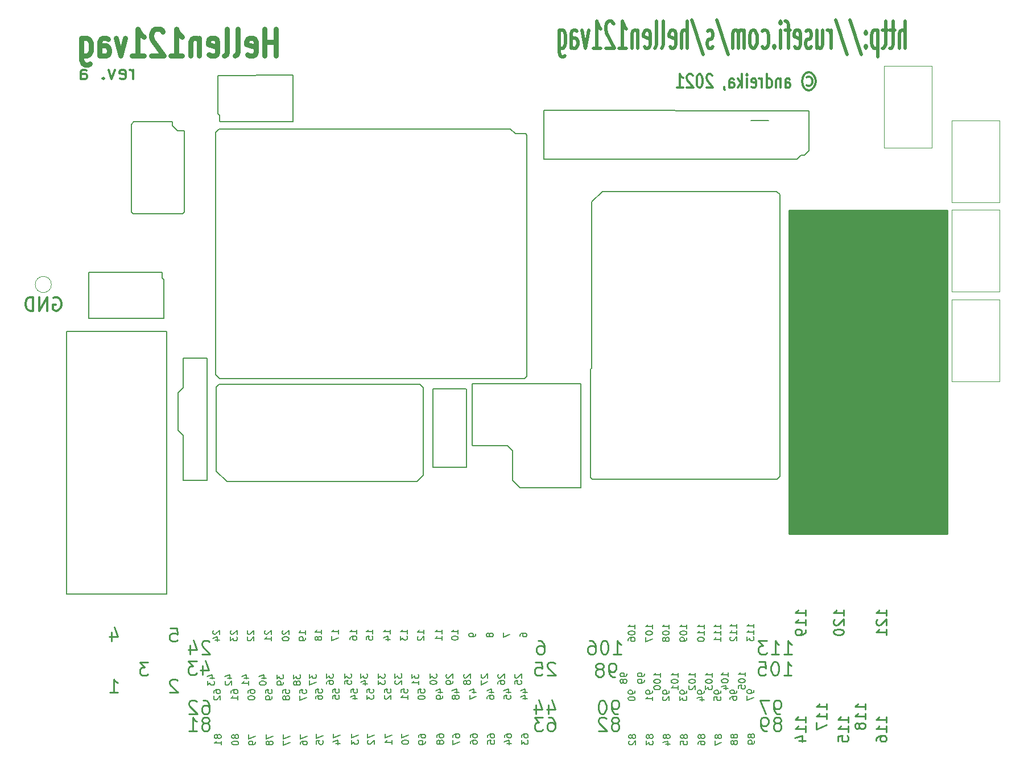
<source format=gbo>
G04 #@! TF.GenerationSoftware,KiCad,Pcbnew,(5.99.0-10192-g8d0191151d)*
G04 #@! TF.CreationDate,2021-05-01T21:21:59+03:00*
G04 #@! TF.ProjectId,hellen121vag,68656c6c-656e-4313-9231-7661672e6b69,a*
G04 #@! TF.SameCoordinates,PX2b953a0PY6943058*
G04 #@! TF.FileFunction,Legend,Bot*
G04 #@! TF.FilePolarity,Positive*
%FSLAX46Y46*%
G04 Gerber Fmt 4.6, Leading zero omitted, Abs format (unit mm)*
G04 Created by KiCad (PCBNEW (5.99.0-10192-g8d0191151d)) date 2021-05-01 21:21:59*
%MOMM*%
%LPD*%
G01*
G04 APERTURE LIST*
%ADD10C,0.381000*%
%ADD11C,0.250000*%
%ADD12C,0.200000*%
%ADD13C,0.300000*%
%ADD14C,0.750000*%
%ADD15C,0.304800*%
%ADD16C,0.500000*%
%ADD17C,0.120000*%
G04 APERTURE END LIST*
D10*
X124700000Y84000000D02*
X148100000Y84000000D01*
X148100000Y84000000D02*
X148100000Y36000000D01*
X148100000Y36000000D02*
X124700000Y36000000D01*
X124700000Y36000000D02*
X124700000Y84000000D01*
G36*
X124700000Y84000000D02*
G01*
X148100000Y84000000D01*
X148100000Y36000000D01*
X124700000Y36000000D01*
X124700000Y84000000D01*
G37*
D11*
X127063571Y23745000D02*
X127063571Y24602143D01*
X127063571Y24173572D02*
X125563571Y24173572D01*
X125777857Y24316429D01*
X125920714Y24459286D01*
X125992142Y24602143D01*
X127063571Y22316429D02*
X127063571Y23173572D01*
X127063571Y22745000D02*
X125563571Y22745000D01*
X125777857Y22887858D01*
X125920714Y23030715D01*
X125992142Y23173572D01*
X127063571Y21602143D02*
X127063571Y21316429D01*
X126992142Y21173572D01*
X126920714Y21102143D01*
X126706428Y20959286D01*
X126420714Y20887858D01*
X125849285Y20887858D01*
X125706428Y20959286D01*
X125635000Y21030715D01*
X125563571Y21173572D01*
X125563571Y21459286D01*
X125635000Y21602143D01*
X125706428Y21673572D01*
X125849285Y21745000D01*
X126206428Y21745000D01*
X126349285Y21673572D01*
X126420714Y21602143D01*
X126492142Y21459286D01*
X126492142Y21173572D01*
X126420714Y21030715D01*
X126349285Y20959286D01*
X126206428Y20887858D01*
X139128571Y23745000D02*
X139128571Y24602143D01*
X139128571Y24173572D02*
X137628571Y24173572D01*
X137842857Y24316429D01*
X137985714Y24459286D01*
X138057142Y24602143D01*
X137771428Y23173572D02*
X137700000Y23102143D01*
X137628571Y22959286D01*
X137628571Y22602143D01*
X137700000Y22459286D01*
X137771428Y22387858D01*
X137914285Y22316429D01*
X138057142Y22316429D01*
X138271428Y22387858D01*
X139128571Y23245000D01*
X139128571Y22316429D01*
X139128571Y20887858D02*
X139128571Y21745000D01*
X139128571Y21316429D02*
X137628571Y21316429D01*
X137842857Y21459286D01*
X137985714Y21602143D01*
X138057142Y21745000D01*
X139128571Y7870000D02*
X139128571Y8727143D01*
X139128571Y8298572D02*
X137628571Y8298572D01*
X137842857Y8441429D01*
X137985714Y8584286D01*
X138057142Y8727143D01*
X139128571Y6441429D02*
X139128571Y7298572D01*
X139128571Y6870000D02*
X137628571Y6870000D01*
X137842857Y7012858D01*
X137985714Y7155715D01*
X138057142Y7298572D01*
X137628571Y5155715D02*
X137628571Y5441429D01*
X137700000Y5584286D01*
X137771428Y5655715D01*
X137985714Y5798572D01*
X138271428Y5870000D01*
X138842857Y5870000D01*
X138985714Y5798572D01*
X139057142Y5727143D01*
X139128571Y5584286D01*
X139128571Y5298572D01*
X139057142Y5155715D01*
X138985714Y5084286D01*
X138842857Y5012858D01*
X138485714Y5012858D01*
X138342857Y5084286D01*
X138271428Y5155715D01*
X138200000Y5298572D01*
X138200000Y5584286D01*
X138271428Y5727143D01*
X138342857Y5798572D01*
X138485714Y5870000D01*
X133413571Y7870000D02*
X133413571Y8727143D01*
X133413571Y8298572D02*
X131913571Y8298572D01*
X132127857Y8441429D01*
X132270714Y8584286D01*
X132342142Y8727143D01*
X133413571Y6441429D02*
X133413571Y7298572D01*
X133413571Y6870000D02*
X131913571Y6870000D01*
X132127857Y7012858D01*
X132270714Y7155715D01*
X132342142Y7298572D01*
X131913571Y5084286D02*
X131913571Y5798572D01*
X132627857Y5870000D01*
X132556428Y5798572D01*
X132485000Y5655715D01*
X132485000Y5298572D01*
X132556428Y5155715D01*
X132627857Y5084286D01*
X132770714Y5012858D01*
X133127857Y5012858D01*
X133270714Y5084286D01*
X133342142Y5155715D01*
X133413571Y5298572D01*
X133413571Y5655715D01*
X133342142Y5798572D01*
X133270714Y5870000D01*
X135953571Y9775000D02*
X135953571Y10632143D01*
X135953571Y10203572D02*
X134453571Y10203572D01*
X134667857Y10346429D01*
X134810714Y10489286D01*
X134882142Y10632143D01*
X135953571Y8346429D02*
X135953571Y9203572D01*
X135953571Y8775000D02*
X134453571Y8775000D01*
X134667857Y8917858D01*
X134810714Y9060715D01*
X134882142Y9203572D01*
X135096428Y7489286D02*
X135025000Y7632143D01*
X134953571Y7703572D01*
X134810714Y7775000D01*
X134739285Y7775000D01*
X134596428Y7703572D01*
X134525000Y7632143D01*
X134453571Y7489286D01*
X134453571Y7203572D01*
X134525000Y7060715D01*
X134596428Y6989286D01*
X134739285Y6917858D01*
X134810714Y6917858D01*
X134953571Y6989286D01*
X135025000Y7060715D01*
X135096428Y7203572D01*
X135096428Y7489286D01*
X135167857Y7632143D01*
X135239285Y7703572D01*
X135382142Y7775000D01*
X135667857Y7775000D01*
X135810714Y7703572D01*
X135882142Y7632143D01*
X135953571Y7489286D01*
X135953571Y7203572D01*
X135882142Y7060715D01*
X135810714Y6989286D01*
X135667857Y6917858D01*
X135382142Y6917858D01*
X135239285Y6989286D01*
X135167857Y7060715D01*
X135096428Y7203572D01*
X132778571Y23745000D02*
X132778571Y24602143D01*
X132778571Y24173572D02*
X131278571Y24173572D01*
X131492857Y24316429D01*
X131635714Y24459286D01*
X131707142Y24602143D01*
X131421428Y23173572D02*
X131350000Y23102143D01*
X131278571Y22959286D01*
X131278571Y22602143D01*
X131350000Y22459286D01*
X131421428Y22387858D01*
X131564285Y22316429D01*
X131707142Y22316429D01*
X131921428Y22387858D01*
X132778571Y23245000D01*
X132778571Y22316429D01*
X131278571Y21387858D02*
X131278571Y21245000D01*
X131350000Y21102143D01*
X131421428Y21030715D01*
X131564285Y20959286D01*
X131850000Y20887858D01*
X132207142Y20887858D01*
X132492857Y20959286D01*
X132635714Y21030715D01*
X132707142Y21102143D01*
X132778571Y21245000D01*
X132778571Y21387858D01*
X132707142Y21530715D01*
X132635714Y21602143D01*
X132492857Y21673572D01*
X132207142Y21745000D01*
X131850000Y21745000D01*
X131564285Y21673572D01*
X131421428Y21602143D01*
X131350000Y21530715D01*
X131278571Y21387858D01*
X130238571Y9775000D02*
X130238571Y10632143D01*
X130238571Y10203572D02*
X128738571Y10203572D01*
X128952857Y10346429D01*
X129095714Y10489286D01*
X129167142Y10632143D01*
X130238571Y8346429D02*
X130238571Y9203572D01*
X130238571Y8775000D02*
X128738571Y8775000D01*
X128952857Y8917858D01*
X129095714Y9060715D01*
X129167142Y9203572D01*
X128738571Y7846429D02*
X128738571Y6846429D01*
X130238571Y7489286D01*
X127063571Y7870000D02*
X127063571Y8727143D01*
X127063571Y8298572D02*
X125563571Y8298572D01*
X125777857Y8441429D01*
X125920714Y8584286D01*
X125992142Y8727143D01*
X127063571Y6441429D02*
X127063571Y7298572D01*
X127063571Y6870000D02*
X125563571Y6870000D01*
X125777857Y7012858D01*
X125920714Y7155715D01*
X125992142Y7298572D01*
X126063571Y5155715D02*
X127063571Y5155715D01*
X125492142Y5512858D02*
X126563571Y5870000D01*
X126563571Y4941429D01*
X123082857Y7743096D02*
X123273333Y7838334D01*
X123368571Y7933572D01*
X123463809Y8124048D01*
X123463809Y8219286D01*
X123368571Y8409762D01*
X123273333Y8505000D01*
X123082857Y8600239D01*
X122701904Y8600239D01*
X122511428Y8505000D01*
X122416190Y8409762D01*
X122320952Y8219286D01*
X122320952Y8124048D01*
X122416190Y7933572D01*
X122511428Y7838334D01*
X122701904Y7743096D01*
X123082857Y7743096D01*
X123273333Y7647858D01*
X123368571Y7552620D01*
X123463809Y7362143D01*
X123463809Y6981191D01*
X123368571Y6790715D01*
X123273333Y6695477D01*
X123082857Y6600239D01*
X122701904Y6600239D01*
X122511428Y6695477D01*
X122416190Y6790715D01*
X122320952Y6981191D01*
X122320952Y7362143D01*
X122416190Y7552620D01*
X122511428Y7647858D01*
X122701904Y7743096D01*
X121368571Y6600239D02*
X120987619Y6600239D01*
X120797142Y6695477D01*
X120701904Y6790715D01*
X120511428Y7076429D01*
X120416190Y7457381D01*
X120416190Y8219286D01*
X120511428Y8409762D01*
X120606666Y8505000D01*
X120797142Y8600239D01*
X121178095Y8600239D01*
X121368571Y8505000D01*
X121463809Y8409762D01*
X121559047Y8219286D01*
X121559047Y7743096D01*
X121463809Y7552620D01*
X121368571Y7457381D01*
X121178095Y7362143D01*
X120797142Y7362143D01*
X120606666Y7457381D01*
X120511428Y7552620D01*
X120416190Y7743096D01*
X123273333Y9140239D02*
X122892380Y9140239D01*
X122701904Y9235477D01*
X122606666Y9330715D01*
X122416190Y9616429D01*
X122320952Y9997381D01*
X122320952Y10759286D01*
X122416190Y10949762D01*
X122511428Y11045000D01*
X122701904Y11140239D01*
X123082857Y11140239D01*
X123273333Y11045000D01*
X123368571Y10949762D01*
X123463809Y10759286D01*
X123463809Y10283096D01*
X123368571Y10092620D01*
X123273333Y9997381D01*
X123082857Y9902143D01*
X122701904Y9902143D01*
X122511428Y9997381D01*
X122416190Y10092620D01*
X122320952Y10283096D01*
X121654285Y11140239D02*
X120320952Y11140239D01*
X121178095Y9140239D01*
X123883333Y14870239D02*
X125026190Y14870239D01*
X124454761Y14870239D02*
X124454761Y16870239D01*
X124645238Y16584524D01*
X124835714Y16394048D01*
X125026190Y16298810D01*
X122645238Y16870239D02*
X122454761Y16870239D01*
X122264285Y16775000D01*
X122169047Y16679762D01*
X122073809Y16489286D01*
X121978571Y16108334D01*
X121978571Y15632143D01*
X122073809Y15251191D01*
X122169047Y15060715D01*
X122264285Y14965477D01*
X122454761Y14870239D01*
X122645238Y14870239D01*
X122835714Y14965477D01*
X122930952Y15060715D01*
X123026190Y15251191D01*
X123121428Y15632143D01*
X123121428Y16108334D01*
X123026190Y16489286D01*
X122930952Y16679762D01*
X122835714Y16775000D01*
X122645238Y16870239D01*
X120169047Y16870239D02*
X121121428Y16870239D01*
X121216666Y15917858D01*
X121121428Y16013096D01*
X120930952Y16108334D01*
X120454761Y16108334D01*
X120264285Y16013096D01*
X120169047Y15917858D01*
X120073809Y15727381D01*
X120073809Y15251191D01*
X120169047Y15060715D01*
X120264285Y14965477D01*
X120454761Y14870239D01*
X120930952Y14870239D01*
X121121428Y14965477D01*
X121216666Y15060715D01*
X123908333Y18030239D02*
X125051190Y18030239D01*
X124479761Y18030239D02*
X124479761Y20030239D01*
X124670238Y19744524D01*
X124860714Y19554048D01*
X125051190Y19458810D01*
X122003571Y18030239D02*
X123146428Y18030239D01*
X122575000Y18030239D02*
X122575000Y20030239D01*
X122765476Y19744524D01*
X122955952Y19554048D01*
X123146428Y19458810D01*
X121336904Y20030239D02*
X120098809Y20030239D01*
X120765476Y19268334D01*
X120479761Y19268334D01*
X120289285Y19173096D01*
X120194047Y19077858D01*
X120098809Y18887381D01*
X120098809Y18411191D01*
X120194047Y18220715D01*
X120289285Y18125477D01*
X120479761Y18030239D01*
X121051190Y18030239D01*
X121241666Y18125477D01*
X121336904Y18220715D01*
X98952857Y7743096D02*
X99143333Y7838334D01*
X99238571Y7933572D01*
X99333809Y8124048D01*
X99333809Y8219286D01*
X99238571Y8409762D01*
X99143333Y8505000D01*
X98952857Y8600239D01*
X98571904Y8600239D01*
X98381428Y8505000D01*
X98286190Y8409762D01*
X98190952Y8219286D01*
X98190952Y8124048D01*
X98286190Y7933572D01*
X98381428Y7838334D01*
X98571904Y7743096D01*
X98952857Y7743096D01*
X99143333Y7647858D01*
X99238571Y7552620D01*
X99333809Y7362143D01*
X99333809Y6981191D01*
X99238571Y6790715D01*
X99143333Y6695477D01*
X98952857Y6600239D01*
X98571904Y6600239D01*
X98381428Y6695477D01*
X98286190Y6790715D01*
X98190952Y6981191D01*
X98190952Y7362143D01*
X98286190Y7552620D01*
X98381428Y7647858D01*
X98571904Y7743096D01*
X97429047Y8409762D02*
X97333809Y8505000D01*
X97143333Y8600239D01*
X96667142Y8600239D01*
X96476666Y8505000D01*
X96381428Y8409762D01*
X96286190Y8219286D01*
X96286190Y8028810D01*
X96381428Y7743096D01*
X97524285Y6600239D01*
X96286190Y6600239D01*
X99143333Y9140239D02*
X98762380Y9140239D01*
X98571904Y9235477D01*
X98476666Y9330715D01*
X98286190Y9616429D01*
X98190952Y9997381D01*
X98190952Y10759286D01*
X98286190Y10949762D01*
X98381428Y11045000D01*
X98571904Y11140239D01*
X98952857Y11140239D01*
X99143333Y11045000D01*
X99238571Y10949762D01*
X99333809Y10759286D01*
X99333809Y10283096D01*
X99238571Y10092620D01*
X99143333Y9997381D01*
X98952857Y9902143D01*
X98571904Y9902143D01*
X98381428Y9997381D01*
X98286190Y10092620D01*
X98190952Y10283096D01*
X96952857Y11140239D02*
X96762380Y11140239D01*
X96571904Y11045000D01*
X96476666Y10949762D01*
X96381428Y10759286D01*
X96286190Y10378334D01*
X96286190Y9902143D01*
X96381428Y9521191D01*
X96476666Y9330715D01*
X96571904Y9235477D01*
X96762380Y9140239D01*
X96952857Y9140239D01*
X97143333Y9235477D01*
X97238571Y9330715D01*
X97333809Y9521191D01*
X97429047Y9902143D01*
X97429047Y10378334D01*
X97333809Y10759286D01*
X97238571Y10949762D01*
X97143333Y11045000D01*
X96952857Y11140239D01*
X98743333Y14655239D02*
X98362380Y14655239D01*
X98171904Y14750477D01*
X98076666Y14845715D01*
X97886190Y15131429D01*
X97790952Y15512381D01*
X97790952Y16274286D01*
X97886190Y16464762D01*
X97981428Y16560000D01*
X98171904Y16655239D01*
X98552857Y16655239D01*
X98743333Y16560000D01*
X98838571Y16464762D01*
X98933809Y16274286D01*
X98933809Y15798096D01*
X98838571Y15607620D01*
X98743333Y15512381D01*
X98552857Y15417143D01*
X98171904Y15417143D01*
X97981428Y15512381D01*
X97886190Y15607620D01*
X97790952Y15798096D01*
X96648095Y15798096D02*
X96838571Y15893334D01*
X96933809Y15988572D01*
X97029047Y16179048D01*
X97029047Y16274286D01*
X96933809Y16464762D01*
X96838571Y16560000D01*
X96648095Y16655239D01*
X96267142Y16655239D01*
X96076666Y16560000D01*
X95981428Y16464762D01*
X95886190Y16274286D01*
X95886190Y16179048D01*
X95981428Y15988572D01*
X96076666Y15893334D01*
X96267142Y15798096D01*
X96648095Y15798096D01*
X96838571Y15702858D01*
X96933809Y15607620D01*
X97029047Y15417143D01*
X97029047Y15036191D01*
X96933809Y14845715D01*
X96838571Y14750477D01*
X96648095Y14655239D01*
X96267142Y14655239D01*
X96076666Y14750477D01*
X95981428Y14845715D01*
X95886190Y15036191D01*
X95886190Y15417143D01*
X95981428Y15607620D01*
X96076666Y15702858D01*
X96267142Y15798096D01*
X98508333Y18030239D02*
X99651190Y18030239D01*
X99079761Y18030239D02*
X99079761Y20030239D01*
X99270238Y19744524D01*
X99460714Y19554048D01*
X99651190Y19458810D01*
X97270238Y20030239D02*
X97079761Y20030239D01*
X96889285Y19935000D01*
X96794047Y19839762D01*
X96698809Y19649286D01*
X96603571Y19268334D01*
X96603571Y18792143D01*
X96698809Y18411191D01*
X96794047Y18220715D01*
X96889285Y18125477D01*
X97079761Y18030239D01*
X97270238Y18030239D01*
X97460714Y18125477D01*
X97555952Y18220715D01*
X97651190Y18411191D01*
X97746428Y18792143D01*
X97746428Y19268334D01*
X97651190Y19649286D01*
X97555952Y19839762D01*
X97460714Y19935000D01*
X97270238Y20030239D01*
X94889285Y20030239D02*
X95270238Y20030239D01*
X95460714Y19935000D01*
X95555952Y19839762D01*
X95746428Y19554048D01*
X95841666Y19173096D01*
X95841666Y18411191D01*
X95746428Y18220715D01*
X95651190Y18125477D01*
X95460714Y18030239D01*
X95079761Y18030239D01*
X94889285Y18125477D01*
X94794047Y18220715D01*
X94698809Y18411191D01*
X94698809Y18887381D01*
X94794047Y19077858D01*
X94889285Y19173096D01*
X95079761Y19268334D01*
X95460714Y19268334D01*
X95651190Y19173096D01*
X95746428Y19077858D01*
X95841666Y18887381D01*
X88856428Y8600239D02*
X89237380Y8600239D01*
X89427857Y8505000D01*
X89523095Y8409762D01*
X89713571Y8124048D01*
X89808809Y7743096D01*
X89808809Y6981191D01*
X89713571Y6790715D01*
X89618333Y6695477D01*
X89427857Y6600239D01*
X89046904Y6600239D01*
X88856428Y6695477D01*
X88761190Y6790715D01*
X88665952Y6981191D01*
X88665952Y7457381D01*
X88761190Y7647858D01*
X88856428Y7743096D01*
X89046904Y7838334D01*
X89427857Y7838334D01*
X89618333Y7743096D01*
X89713571Y7647858D01*
X89808809Y7457381D01*
X87999285Y8600239D02*
X86761190Y8600239D01*
X87427857Y7838334D01*
X87142142Y7838334D01*
X86951666Y7743096D01*
X86856428Y7647858D01*
X86761190Y7457381D01*
X86761190Y6981191D01*
X86856428Y6790715D01*
X86951666Y6695477D01*
X87142142Y6600239D01*
X87713571Y6600239D01*
X87904047Y6695477D01*
X87999285Y6790715D01*
X88856428Y10473572D02*
X88856428Y9140239D01*
X89332619Y11235477D02*
X89808809Y9806905D01*
X88570714Y9806905D01*
X86951666Y10473572D02*
X86951666Y9140239D01*
X87427857Y11235477D02*
X87904047Y9806905D01*
X86665952Y9806905D01*
X89808809Y16664762D02*
X89713571Y16760000D01*
X89523095Y16855239D01*
X89046904Y16855239D01*
X88856428Y16760000D01*
X88761190Y16664762D01*
X88665952Y16474286D01*
X88665952Y16283810D01*
X88761190Y15998096D01*
X89904047Y14855239D01*
X88665952Y14855239D01*
X86856428Y16855239D02*
X87808809Y16855239D01*
X87904047Y15902858D01*
X87808809Y15998096D01*
X87618333Y16093334D01*
X87142142Y16093334D01*
X86951666Y15998096D01*
X86856428Y15902858D01*
X86761190Y15712381D01*
X86761190Y15236191D01*
X86856428Y15045715D01*
X86951666Y14950477D01*
X87142142Y14855239D01*
X87618333Y14855239D01*
X87808809Y14950477D01*
X87904047Y15045715D01*
X87269047Y20030239D02*
X87650000Y20030239D01*
X87840476Y19935000D01*
X87935714Y19839762D01*
X88126190Y19554048D01*
X88221428Y19173096D01*
X88221428Y18411191D01*
X88126190Y18220715D01*
X88030952Y18125477D01*
X87840476Y18030239D01*
X87459523Y18030239D01*
X87269047Y18125477D01*
X87173809Y18220715D01*
X87078571Y18411191D01*
X87078571Y18887381D01*
X87173809Y19077858D01*
X87269047Y19173096D01*
X87459523Y19268334D01*
X87840476Y19268334D01*
X88030952Y19173096D01*
X88126190Y19077858D01*
X88221428Y18887381D01*
X32563809Y21935239D02*
X33516190Y21935239D01*
X33611428Y20982858D01*
X33516190Y21078096D01*
X33325714Y21173334D01*
X32849523Y21173334D01*
X32659047Y21078096D01*
X32563809Y20982858D01*
X32468571Y20792381D01*
X32468571Y20316191D01*
X32563809Y20125715D01*
X32659047Y20030477D01*
X32849523Y19935239D01*
X33325714Y19935239D01*
X33516190Y20030477D01*
X33611428Y20125715D01*
X23769047Y21268572D02*
X23769047Y19935239D01*
X24245238Y22030477D02*
X24721428Y20601905D01*
X23483333Y20601905D01*
X29261666Y16855239D02*
X28023571Y16855239D01*
X28690238Y16093334D01*
X28404523Y16093334D01*
X28214047Y15998096D01*
X28118809Y15902858D01*
X28023571Y15712381D01*
X28023571Y15236191D01*
X28118809Y15045715D01*
X28214047Y14950477D01*
X28404523Y14855239D01*
X28975952Y14855239D01*
X29166428Y14950477D01*
X29261666Y15045715D01*
X33611428Y14124762D02*
X33516190Y14220000D01*
X33325714Y14315239D01*
X32849523Y14315239D01*
X32659047Y14220000D01*
X32563809Y14124762D01*
X32468571Y13934286D01*
X32468571Y13743810D01*
X32563809Y13458096D01*
X33706666Y12315239D01*
X32468571Y12315239D01*
X23578571Y12315239D02*
X24721428Y12315239D01*
X24150000Y12315239D02*
X24150000Y14315239D01*
X24340476Y14029524D01*
X24530952Y13839048D01*
X24721428Y13743810D01*
X37992857Y7743096D02*
X38183333Y7838334D01*
X38278571Y7933572D01*
X38373809Y8124048D01*
X38373809Y8219286D01*
X38278571Y8409762D01*
X38183333Y8505000D01*
X37992857Y8600239D01*
X37611904Y8600239D01*
X37421428Y8505000D01*
X37326190Y8409762D01*
X37230952Y8219286D01*
X37230952Y8124048D01*
X37326190Y7933572D01*
X37421428Y7838334D01*
X37611904Y7743096D01*
X37992857Y7743096D01*
X38183333Y7647858D01*
X38278571Y7552620D01*
X38373809Y7362143D01*
X38373809Y6981191D01*
X38278571Y6790715D01*
X38183333Y6695477D01*
X37992857Y6600239D01*
X37611904Y6600239D01*
X37421428Y6695477D01*
X37326190Y6790715D01*
X37230952Y6981191D01*
X37230952Y7362143D01*
X37326190Y7552620D01*
X37421428Y7647858D01*
X37611904Y7743096D01*
X35326190Y6600239D02*
X36469047Y6600239D01*
X35897619Y6600239D02*
X35897619Y8600239D01*
X36088095Y8314524D01*
X36278571Y8124048D01*
X36469047Y8028810D01*
X37421428Y11140239D02*
X37802380Y11140239D01*
X37992857Y11045000D01*
X38088095Y10949762D01*
X38278571Y10664048D01*
X38373809Y10283096D01*
X38373809Y9521191D01*
X38278571Y9330715D01*
X38183333Y9235477D01*
X37992857Y9140239D01*
X37611904Y9140239D01*
X37421428Y9235477D01*
X37326190Y9330715D01*
X37230952Y9521191D01*
X37230952Y9997381D01*
X37326190Y10187858D01*
X37421428Y10283096D01*
X37611904Y10378334D01*
X37992857Y10378334D01*
X38183333Y10283096D01*
X38278571Y10187858D01*
X38373809Y9997381D01*
X36469047Y10949762D02*
X36373809Y11045000D01*
X36183333Y11140239D01*
X35707142Y11140239D01*
X35516666Y11045000D01*
X35421428Y10949762D01*
X35326190Y10759286D01*
X35326190Y10568810D01*
X35421428Y10283096D01*
X36564285Y9140239D01*
X35326190Y9140239D01*
X37333428Y16307572D02*
X37333428Y14974239D01*
X37809619Y17069477D02*
X38285809Y15640905D01*
X37047714Y15640905D01*
X36476285Y16974239D02*
X35238190Y16974239D01*
X35904857Y16212334D01*
X35619142Y16212334D01*
X35428666Y16117096D01*
X35333428Y16021858D01*
X35238190Y15831381D01*
X35238190Y15355191D01*
X35333428Y15164715D01*
X35428666Y15069477D01*
X35619142Y14974239D01*
X36190571Y14974239D01*
X36381047Y15069477D01*
X36476285Y15164715D01*
X38373809Y19839762D02*
X38278571Y19935000D01*
X38088095Y20030239D01*
X37611904Y20030239D01*
X37421428Y19935000D01*
X37326190Y19839762D01*
X37230952Y19649286D01*
X37230952Y19458810D01*
X37326190Y19173096D01*
X38469047Y18030239D01*
X37230952Y18030239D01*
X35516666Y19363572D02*
X35516666Y18030239D01*
X35992857Y20125477D02*
X36469047Y18696905D01*
X35230952Y18696905D01*
D12*
X53282380Y15049524D02*
X53282380Y14430477D01*
X53663333Y14763810D01*
X53663333Y14620953D01*
X53710952Y14525715D01*
X53758571Y14478096D01*
X53853809Y14430477D01*
X54091904Y14430477D01*
X54187142Y14478096D01*
X54234761Y14525715D01*
X54282380Y14620953D01*
X54282380Y14906667D01*
X54234761Y15001905D01*
X54187142Y15049524D01*
X53282380Y14097143D02*
X53282380Y13430477D01*
X54282380Y13859048D01*
X52714380Y20969477D02*
X52714380Y21540905D01*
X52714380Y21255191D02*
X51714380Y21255191D01*
X51857238Y21350429D01*
X51952476Y21445667D01*
X52000095Y21540905D01*
X52714380Y20493286D02*
X52714380Y20302810D01*
X52666761Y20207572D01*
X52619142Y20159953D01*
X52476285Y20064715D01*
X52285809Y20017096D01*
X51904857Y20017096D01*
X51809619Y20064715D01*
X51762000Y20112334D01*
X51714380Y20207572D01*
X51714380Y20398048D01*
X51762000Y20493286D01*
X51809619Y20540905D01*
X51904857Y20588524D01*
X52142952Y20588524D01*
X52238190Y20540905D01*
X52285809Y20493286D01*
X52333428Y20398048D01*
X52333428Y20207572D01*
X52285809Y20112334D01*
X52238190Y20064715D01*
X52142952Y20017096D01*
X115582380Y14706667D02*
X115582380Y15278096D01*
X115582380Y14992381D02*
X114582380Y14992381D01*
X114725238Y15087620D01*
X114820476Y15182858D01*
X114868095Y15278096D01*
X114582380Y14087620D02*
X114582380Y13992381D01*
X114630000Y13897143D01*
X114677619Y13849524D01*
X114772857Y13801905D01*
X114963333Y13754286D01*
X115201428Y13754286D01*
X115391904Y13801905D01*
X115487142Y13849524D01*
X115534761Y13897143D01*
X115582380Y13992381D01*
X115582380Y14087620D01*
X115534761Y14182858D01*
X115487142Y14230477D01*
X115391904Y14278096D01*
X115201428Y14325715D01*
X114963333Y14325715D01*
X114772857Y14278096D01*
X114677619Y14230477D01*
X114630000Y14182858D01*
X114582380Y14087620D01*
X114915714Y12897143D02*
X115582380Y12897143D01*
X114534761Y13135239D02*
X115249047Y13373334D01*
X115249047Y12754286D01*
X43547714Y14464715D02*
X44214380Y14464715D01*
X43166761Y14702810D02*
X43881047Y14940905D01*
X43881047Y14321858D01*
X44214380Y13417096D02*
X44214380Y13988524D01*
X44214380Y13702810D02*
X43214380Y13702810D01*
X43357238Y13798048D01*
X43452476Y13893286D01*
X43500095Y13988524D01*
X106814380Y21845667D02*
X106814380Y22417096D01*
X106814380Y22131381D02*
X105814380Y22131381D01*
X105957238Y22226620D01*
X106052476Y22321858D01*
X106100095Y22417096D01*
X105814380Y21226620D02*
X105814380Y21131381D01*
X105862000Y21036143D01*
X105909619Y20988524D01*
X106004857Y20940905D01*
X106195333Y20893286D01*
X106433428Y20893286D01*
X106623904Y20940905D01*
X106719142Y20988524D01*
X106766761Y21036143D01*
X106814380Y21131381D01*
X106814380Y21226620D01*
X106766761Y21321858D01*
X106719142Y21369477D01*
X106623904Y21417096D01*
X106433428Y21464715D01*
X106195333Y21464715D01*
X106004857Y21417096D01*
X105909619Y21369477D01*
X105862000Y21321858D01*
X105814380Y21226620D01*
X106242952Y20321858D02*
X106195333Y20417096D01*
X106147714Y20464715D01*
X106052476Y20512334D01*
X106004857Y20512334D01*
X105909619Y20464715D01*
X105862000Y20417096D01*
X105814380Y20321858D01*
X105814380Y20131381D01*
X105862000Y20036143D01*
X105909619Y19988524D01*
X106004857Y19940905D01*
X106052476Y19940905D01*
X106147714Y19988524D01*
X106195333Y20036143D01*
X106242952Y20131381D01*
X106242952Y20321858D01*
X106290571Y20417096D01*
X106338190Y20464715D01*
X106433428Y20512334D01*
X106623904Y20512334D01*
X106719142Y20464715D01*
X106766761Y20417096D01*
X106814380Y20321858D01*
X106814380Y20131381D01*
X106766761Y20036143D01*
X106719142Y19988524D01*
X106623904Y19940905D01*
X106433428Y19940905D01*
X106338190Y19988524D01*
X106290571Y20036143D01*
X106242952Y20131381D01*
D13*
X27066761Y103674239D02*
X27066761Y105007572D01*
X27066761Y104626620D02*
X26971523Y104817096D01*
X26876285Y104912334D01*
X26685809Y105007572D01*
X26495333Y105007572D01*
X25066761Y103769477D02*
X25257238Y103674239D01*
X25638190Y103674239D01*
X25828666Y103769477D01*
X25923904Y103959953D01*
X25923904Y104721858D01*
X25828666Y104912334D01*
X25638190Y105007572D01*
X25257238Y105007572D01*
X25066761Y104912334D01*
X24971523Y104721858D01*
X24971523Y104531381D01*
X25923904Y104340905D01*
X24304857Y105007572D02*
X23828666Y103674239D01*
X23352476Y105007572D01*
X22590571Y103864715D02*
X22495333Y103769477D01*
X22590571Y103674239D01*
X22685809Y103769477D01*
X22590571Y103864715D01*
X22590571Y103674239D01*
X19257238Y103674239D02*
X19257238Y104721858D01*
X19352476Y104912334D01*
X19542952Y105007572D01*
X19923904Y105007572D01*
X20114380Y104912334D01*
X19257238Y103769477D02*
X19447714Y103674239D01*
X19923904Y103674239D01*
X20114380Y103769477D01*
X20209619Y103959953D01*
X20209619Y104150429D01*
X20114380Y104340905D01*
X19923904Y104436143D01*
X19447714Y104436143D01*
X19257238Y104531381D01*
D12*
X116410952Y5911429D02*
X116363333Y6006667D01*
X116315714Y6054286D01*
X116220476Y6101905D01*
X116172857Y6101905D01*
X116077619Y6054286D01*
X116030000Y6006667D01*
X115982380Y5911429D01*
X115982380Y5720953D01*
X116030000Y5625715D01*
X116077619Y5578096D01*
X116172857Y5530477D01*
X116220476Y5530477D01*
X116315714Y5578096D01*
X116363333Y5625715D01*
X116410952Y5720953D01*
X116410952Y5911429D01*
X116458571Y6006667D01*
X116506190Y6054286D01*
X116601428Y6101905D01*
X116791904Y6101905D01*
X116887142Y6054286D01*
X116934761Y6006667D01*
X116982380Y5911429D01*
X116982380Y5720953D01*
X116934761Y5625715D01*
X116887142Y5578096D01*
X116791904Y5530477D01*
X116601428Y5530477D01*
X116506190Y5578096D01*
X116458571Y5625715D01*
X116410952Y5720953D01*
X116410952Y4959048D02*
X116363333Y5054286D01*
X116315714Y5101905D01*
X116220476Y5149524D01*
X116172857Y5149524D01*
X116077619Y5101905D01*
X116030000Y5054286D01*
X115982380Y4959048D01*
X115982380Y4768572D01*
X116030000Y4673334D01*
X116077619Y4625715D01*
X116172857Y4578096D01*
X116220476Y4578096D01*
X116315714Y4625715D01*
X116363333Y4673334D01*
X116410952Y4768572D01*
X116410952Y4959048D01*
X116458571Y5054286D01*
X116506190Y5101905D01*
X116601428Y5149524D01*
X116791904Y5149524D01*
X116887142Y5101905D01*
X116934761Y5054286D01*
X116982380Y4959048D01*
X116982380Y4768572D01*
X116934761Y4673334D01*
X116887142Y4625715D01*
X116791904Y4578096D01*
X116601428Y4578096D01*
X116506190Y4625715D01*
X116458571Y4673334D01*
X116410952Y4768572D01*
X44109619Y21540905D02*
X44062000Y21493286D01*
X44014380Y21398048D01*
X44014380Y21159953D01*
X44062000Y21064715D01*
X44109619Y21017096D01*
X44204857Y20969477D01*
X44300095Y20969477D01*
X44442952Y21017096D01*
X45014380Y21588524D01*
X45014380Y20969477D01*
X44109619Y20588524D02*
X44062000Y20540905D01*
X44014380Y20445667D01*
X44014380Y20207572D01*
X44062000Y20112334D01*
X44109619Y20064715D01*
X44204857Y20017096D01*
X44300095Y20017096D01*
X44442952Y20064715D01*
X45014380Y20636143D01*
X45014380Y20017096D01*
X59414380Y12317096D02*
X59414380Y12793286D01*
X59890571Y12840905D01*
X59842952Y12793286D01*
X59795333Y12698048D01*
X59795333Y12459953D01*
X59842952Y12364715D01*
X59890571Y12317096D01*
X59985809Y12269477D01*
X60223904Y12269477D01*
X60319142Y12317096D01*
X60366761Y12364715D01*
X60414380Y12459953D01*
X60414380Y12698048D01*
X60366761Y12793286D01*
X60319142Y12840905D01*
X59747714Y11412334D02*
X60414380Y11412334D01*
X59366761Y11650429D02*
X60081047Y11888524D01*
X60081047Y11269477D01*
X101714380Y12545667D02*
X101714380Y12355191D01*
X101666761Y12259953D01*
X101619142Y12212334D01*
X101476285Y12117096D01*
X101285809Y12069477D01*
X100904857Y12069477D01*
X100809619Y12117096D01*
X100762000Y12164715D01*
X100714380Y12259953D01*
X100714380Y12450429D01*
X100762000Y12545667D01*
X100809619Y12593286D01*
X100904857Y12640905D01*
X101142952Y12640905D01*
X101238190Y12593286D01*
X101285809Y12545667D01*
X101333428Y12450429D01*
X101333428Y12259953D01*
X101285809Y12164715D01*
X101238190Y12117096D01*
X101142952Y12069477D01*
X100714380Y11450429D02*
X100714380Y11355191D01*
X100762000Y11259953D01*
X100809619Y11212334D01*
X100904857Y11164715D01*
X101095333Y11117096D01*
X101333428Y11117096D01*
X101523904Y11164715D01*
X101619142Y11212334D01*
X101666761Y11259953D01*
X101714380Y11355191D01*
X101714380Y11450429D01*
X101666761Y11545667D01*
X101619142Y11593286D01*
X101523904Y11640905D01*
X101333428Y11688524D01*
X101095333Y11688524D01*
X100904857Y11640905D01*
X100809619Y11593286D01*
X100762000Y11545667D01*
X100714380Y11450429D01*
X74847714Y12364715D02*
X75514380Y12364715D01*
X74466761Y12602810D02*
X75181047Y12840905D01*
X75181047Y12221858D01*
X74942952Y11698048D02*
X74895333Y11793286D01*
X74847714Y11840905D01*
X74752476Y11888524D01*
X74704857Y11888524D01*
X74609619Y11840905D01*
X74562000Y11793286D01*
X74514380Y11698048D01*
X74514380Y11507572D01*
X74562000Y11412334D01*
X74609619Y11364715D01*
X74704857Y11317096D01*
X74752476Y11317096D01*
X74847714Y11364715D01*
X74895333Y11412334D01*
X74942952Y11507572D01*
X74942952Y11698048D01*
X74990571Y11793286D01*
X75038190Y11840905D01*
X75133428Y11888524D01*
X75323904Y11888524D01*
X75419142Y11840905D01*
X75466761Y11793286D01*
X75514380Y11698048D01*
X75514380Y11507572D01*
X75466761Y11412334D01*
X75419142Y11364715D01*
X75323904Y11317096D01*
X75133428Y11317096D01*
X75038190Y11364715D01*
X74990571Y11412334D01*
X74942952Y11507572D01*
X112014380Y12545667D02*
X112014380Y12355191D01*
X111966761Y12259953D01*
X111919142Y12212334D01*
X111776285Y12117096D01*
X111585809Y12069477D01*
X111204857Y12069477D01*
X111109619Y12117096D01*
X111062000Y12164715D01*
X111014380Y12259953D01*
X111014380Y12450429D01*
X111062000Y12545667D01*
X111109619Y12593286D01*
X111204857Y12640905D01*
X111442952Y12640905D01*
X111538190Y12593286D01*
X111585809Y12545667D01*
X111633428Y12450429D01*
X111633428Y12259953D01*
X111585809Y12164715D01*
X111538190Y12117096D01*
X111442952Y12069477D01*
X111347714Y11212334D02*
X112014380Y11212334D01*
X110966761Y11450429D02*
X111681047Y11688524D01*
X111681047Y11069477D01*
D14*
X48312000Y107119477D02*
X48312000Y111119476D01*
X48312000Y109214715D02*
X46597714Y109214715D01*
X46597714Y107119477D02*
X46597714Y111119476D01*
X44026285Y107309953D02*
X44312000Y107119477D01*
X44883428Y107119477D01*
X45169142Y107309953D01*
X45312000Y107690905D01*
X45312000Y109214715D01*
X45169142Y109595667D01*
X44883428Y109786143D01*
X44312000Y109786143D01*
X44026285Y109595667D01*
X43883428Y109214715D01*
X43883428Y108833762D01*
X45312000Y108452810D01*
X42169142Y107119477D02*
X42454857Y107309953D01*
X42597714Y107690905D01*
X42597714Y111119476D01*
X40597714Y107119477D02*
X40883428Y107309953D01*
X41026285Y107690905D01*
X41026285Y111119476D01*
X38312000Y107309953D02*
X38597714Y107119477D01*
X39169142Y107119477D01*
X39454857Y107309953D01*
X39597714Y107690905D01*
X39597714Y109214715D01*
X39454857Y109595667D01*
X39169142Y109786143D01*
X38597714Y109786143D01*
X38312000Y109595667D01*
X38169142Y109214715D01*
X38169142Y108833762D01*
X39597714Y108452810D01*
X36883428Y109786143D02*
X36883428Y107119477D01*
X36883428Y109405191D02*
X36740571Y109595667D01*
X36454857Y109786143D01*
X36026285Y109786143D01*
X35740571Y109595667D01*
X35597714Y109214715D01*
X35597714Y107119477D01*
X32597714Y107119477D02*
X34312000Y107119477D01*
X33454857Y107119477D02*
X33454857Y111119476D01*
X33740571Y110548047D01*
X34026285Y110167096D01*
X34312000Y109976620D01*
X31454857Y110738523D02*
X31312000Y110929000D01*
X31026285Y111119476D01*
X30312000Y111119476D01*
X30026285Y110929000D01*
X29883428Y110738523D01*
X29740571Y110357572D01*
X29740571Y109976620D01*
X29883428Y109405191D01*
X31597714Y107119477D01*
X29740571Y107119477D01*
X26883428Y107119477D02*
X28597714Y107119477D01*
X27740571Y107119477D02*
X27740571Y111119476D01*
X28026285Y110548047D01*
X28312000Y110167096D01*
X28597714Y109976620D01*
X25883428Y109786143D02*
X25169142Y107119477D01*
X24454857Y109786143D01*
X22026285Y107119477D02*
X22026285Y109214715D01*
X22169142Y109595667D01*
X22454857Y109786143D01*
X23026285Y109786143D01*
X23312000Y109595667D01*
X22026285Y107309953D02*
X22312000Y107119477D01*
X23026285Y107119477D01*
X23312000Y107309953D01*
X23454857Y107690905D01*
X23454857Y108071858D01*
X23312000Y108452810D01*
X23026285Y108643286D01*
X22312000Y108643286D01*
X22026285Y108833762D01*
X19312000Y109786143D02*
X19312000Y106548048D01*
X19454857Y106167096D01*
X19597714Y105976620D01*
X19883428Y105786143D01*
X20312000Y105786143D01*
X20597714Y105976620D01*
X19312000Y107309953D02*
X19597714Y107119477D01*
X20169142Y107119477D01*
X20454857Y107309953D01*
X20597714Y107500429D01*
X20740571Y107881381D01*
X20740571Y109024239D01*
X20597714Y109405191D01*
X20454857Y109595667D01*
X20169142Y109786143D01*
X19597714Y109786143D01*
X19312000Y109595667D01*
D13*
X15185809Y71079000D02*
X15376285Y71174239D01*
X15662000Y71174239D01*
X15947714Y71079000D01*
X16138190Y70888524D01*
X16233428Y70698048D01*
X16328666Y70317096D01*
X16328666Y70031381D01*
X16233428Y69650429D01*
X16138190Y69459953D01*
X15947714Y69269477D01*
X15662000Y69174239D01*
X15471523Y69174239D01*
X15185809Y69269477D01*
X15090571Y69364715D01*
X15090571Y70031381D01*
X15471523Y70031381D01*
X14233428Y69174239D02*
X14233428Y71174239D01*
X13090571Y69174239D01*
X13090571Y71174239D01*
X12138190Y69174239D02*
X12138190Y71174239D01*
X11662000Y71174239D01*
X11376285Y71079000D01*
X11185809Y70888524D01*
X11090571Y70698048D01*
X10995333Y70317096D01*
X10995333Y70031381D01*
X11090571Y69650429D01*
X11185809Y69459953D01*
X11376285Y69269477D01*
X11662000Y69174239D01*
X12138190Y69174239D01*
D12*
X75414380Y21069477D02*
X75414380Y21640905D01*
X75414380Y21355191D02*
X74414380Y21355191D01*
X74557238Y21450429D01*
X74652476Y21545667D01*
X74700095Y21640905D01*
X74414380Y20450429D02*
X74414380Y20355191D01*
X74462000Y20259953D01*
X74509619Y20212334D01*
X74604857Y20164715D01*
X74795333Y20117096D01*
X75033428Y20117096D01*
X75223904Y20164715D01*
X75319142Y20212334D01*
X75366761Y20259953D01*
X75414380Y20355191D01*
X75414380Y20450429D01*
X75366761Y20545667D01*
X75319142Y20593286D01*
X75223904Y20640905D01*
X75033428Y20688524D01*
X74795333Y20688524D01*
X74604857Y20640905D01*
X74509619Y20593286D01*
X74462000Y20545667D01*
X74414380Y20450429D01*
X38447714Y14464715D02*
X39114380Y14464715D01*
X38066761Y14702810D02*
X38781047Y14940905D01*
X38781047Y14321858D01*
X38114380Y14036143D02*
X38114380Y13417096D01*
X38495333Y13750429D01*
X38495333Y13607572D01*
X38542952Y13512334D01*
X38590571Y13464715D01*
X38685809Y13417096D01*
X38923904Y13417096D01*
X39019142Y13464715D01*
X39066761Y13512334D01*
X39114380Y13607572D01*
X39114380Y13893286D01*
X39066761Y13988524D01*
X39019142Y14036143D01*
X82114380Y21212334D02*
X82114380Y20545667D01*
X83114380Y20974239D01*
X46714380Y12217096D02*
X46714380Y12693286D01*
X47190571Y12740905D01*
X47142952Y12693286D01*
X47095333Y12598048D01*
X47095333Y12359953D01*
X47142952Y12264715D01*
X47190571Y12217096D01*
X47285809Y12169477D01*
X47523904Y12169477D01*
X47619142Y12217096D01*
X47666761Y12264715D01*
X47714380Y12359953D01*
X47714380Y12598048D01*
X47666761Y12693286D01*
X47619142Y12740905D01*
X47714380Y11693286D02*
X47714380Y11502810D01*
X47666761Y11407572D01*
X47619142Y11359953D01*
X47476285Y11264715D01*
X47285809Y11217096D01*
X46904857Y11217096D01*
X46809619Y11264715D01*
X46762000Y11312334D01*
X46714380Y11407572D01*
X46714380Y11598048D01*
X46762000Y11693286D01*
X46809619Y11740905D01*
X46904857Y11788524D01*
X47142952Y11788524D01*
X47238190Y11740905D01*
X47285809Y11693286D01*
X47333428Y11598048D01*
X47333428Y11407572D01*
X47285809Y11312334D01*
X47238190Y11264715D01*
X47142952Y11217096D01*
X57614380Y21069477D02*
X57614380Y21640905D01*
X57614380Y21355191D02*
X56614380Y21355191D01*
X56757238Y21450429D01*
X56852476Y21545667D01*
X56900095Y21640905D01*
X56614380Y20736143D02*
X56614380Y20069477D01*
X57614380Y20498048D01*
X72447714Y12364715D02*
X73114380Y12364715D01*
X72066761Y12602810D02*
X72781047Y12840905D01*
X72781047Y12221858D01*
X73114380Y11793286D02*
X73114380Y11602810D01*
X73066761Y11507572D01*
X73019142Y11459953D01*
X72876285Y11364715D01*
X72685809Y11317096D01*
X72304857Y11317096D01*
X72209619Y11364715D01*
X72162000Y11412334D01*
X72114380Y11507572D01*
X72114380Y11698048D01*
X72162000Y11793286D01*
X72209619Y11840905D01*
X72304857Y11888524D01*
X72542952Y11888524D01*
X72638190Y11840905D01*
X72685809Y11793286D01*
X72733428Y11698048D01*
X72733428Y11507572D01*
X72685809Y11412334D01*
X72638190Y11364715D01*
X72542952Y11317096D01*
X62714380Y21069477D02*
X62714380Y21640905D01*
X62714380Y21355191D02*
X61714380Y21355191D01*
X61857238Y21450429D01*
X61952476Y21545667D01*
X62000095Y21640905D01*
X61714380Y20164715D02*
X61714380Y20640905D01*
X62190571Y20688524D01*
X62142952Y20640905D01*
X62095333Y20545667D01*
X62095333Y20307572D01*
X62142952Y20212334D01*
X62190571Y20164715D01*
X62285809Y20117096D01*
X62523904Y20117096D01*
X62619142Y20164715D01*
X62666761Y20212334D01*
X62714380Y20307572D01*
X62714380Y20545667D01*
X62666761Y20640905D01*
X62619142Y20688524D01*
X116882380Y12606667D02*
X116882380Y12416191D01*
X116834761Y12320953D01*
X116787142Y12273334D01*
X116644285Y12178096D01*
X116453809Y12130477D01*
X116072857Y12130477D01*
X115977619Y12178096D01*
X115930000Y12225715D01*
X115882380Y12320953D01*
X115882380Y12511429D01*
X115930000Y12606667D01*
X115977619Y12654286D01*
X116072857Y12701905D01*
X116310952Y12701905D01*
X116406190Y12654286D01*
X116453809Y12606667D01*
X116501428Y12511429D01*
X116501428Y12320953D01*
X116453809Y12225715D01*
X116406190Y12178096D01*
X116310952Y12130477D01*
X115882380Y11273334D02*
X115882380Y11463810D01*
X115930000Y11559048D01*
X115977619Y11606667D01*
X116120476Y11701905D01*
X116310952Y11749524D01*
X116691904Y11749524D01*
X116787142Y11701905D01*
X116834761Y11654286D01*
X116882380Y11559048D01*
X116882380Y11368572D01*
X116834761Y11273334D01*
X116787142Y11225715D01*
X116691904Y11178096D01*
X116453809Y11178096D01*
X116358571Y11225715D01*
X116310952Y11273334D01*
X116263333Y11368572D01*
X116263333Y11559048D01*
X116310952Y11654286D01*
X116358571Y11701905D01*
X116453809Y11749524D01*
X76309619Y15040905D02*
X76262000Y14993286D01*
X76214380Y14898048D01*
X76214380Y14659953D01*
X76262000Y14564715D01*
X76309619Y14517096D01*
X76404857Y14469477D01*
X76500095Y14469477D01*
X76642952Y14517096D01*
X77214380Y15088524D01*
X77214380Y14469477D01*
X76642952Y13898048D02*
X76595333Y13993286D01*
X76547714Y14040905D01*
X76452476Y14088524D01*
X76404857Y14088524D01*
X76309619Y14040905D01*
X76262000Y13993286D01*
X76214380Y13898048D01*
X76214380Y13707572D01*
X76262000Y13612334D01*
X76309619Y13564715D01*
X76404857Y13517096D01*
X76452476Y13517096D01*
X76547714Y13564715D01*
X76595333Y13612334D01*
X76642952Y13707572D01*
X76642952Y13898048D01*
X76690571Y13993286D01*
X76738190Y14040905D01*
X76833428Y14088524D01*
X77023904Y14088524D01*
X77119142Y14040905D01*
X77166761Y13993286D01*
X77214380Y13898048D01*
X77214380Y13707572D01*
X77166761Y13612334D01*
X77119142Y13564715D01*
X77023904Y13517096D01*
X76833428Y13517096D01*
X76738190Y13564715D01*
X76690571Y13612334D01*
X76642952Y13707572D01*
X50914380Y14988524D02*
X50914380Y14369477D01*
X51295333Y14702810D01*
X51295333Y14559953D01*
X51342952Y14464715D01*
X51390571Y14417096D01*
X51485809Y14369477D01*
X51723904Y14369477D01*
X51819142Y14417096D01*
X51866761Y14464715D01*
X51914380Y14559953D01*
X51914380Y14845667D01*
X51866761Y14940905D01*
X51819142Y14988524D01*
X51342952Y13798048D02*
X51295333Y13893286D01*
X51247714Y13940905D01*
X51152476Y13988524D01*
X51104857Y13988524D01*
X51009619Y13940905D01*
X50962000Y13893286D01*
X50914380Y13798048D01*
X50914380Y13607572D01*
X50962000Y13512334D01*
X51009619Y13464715D01*
X51104857Y13417096D01*
X51152476Y13417096D01*
X51247714Y13464715D01*
X51295333Y13512334D01*
X51342952Y13607572D01*
X51342952Y13798048D01*
X51390571Y13893286D01*
X51438190Y13940905D01*
X51533428Y13988524D01*
X51723904Y13988524D01*
X51819142Y13940905D01*
X51866761Y13893286D01*
X51914380Y13798048D01*
X51914380Y13607572D01*
X51866761Y13512334D01*
X51819142Y13464715D01*
X51723904Y13417096D01*
X51533428Y13417096D01*
X51438190Y13464715D01*
X51390571Y13512334D01*
X51342952Y13607572D01*
X69422380Y12278096D02*
X69422380Y12754286D01*
X69898571Y12801905D01*
X69850952Y12754286D01*
X69803333Y12659048D01*
X69803333Y12420953D01*
X69850952Y12325715D01*
X69898571Y12278096D01*
X69993809Y12230477D01*
X70231904Y12230477D01*
X70327142Y12278096D01*
X70374761Y12325715D01*
X70422380Y12420953D01*
X70422380Y12659048D01*
X70374761Y12754286D01*
X70327142Y12801905D01*
X69422380Y11611429D02*
X69422380Y11516191D01*
X69470000Y11420953D01*
X69517619Y11373334D01*
X69612857Y11325715D01*
X69803333Y11278096D01*
X70041428Y11278096D01*
X70231904Y11325715D01*
X70327142Y11373334D01*
X70374761Y11420953D01*
X70422380Y11516191D01*
X70422380Y11611429D01*
X70374761Y11706667D01*
X70327142Y11754286D01*
X70231904Y11801905D01*
X70041428Y11849524D01*
X69803333Y11849524D01*
X69612857Y11801905D01*
X69517619Y11754286D01*
X69470000Y11706667D01*
X69422380Y11611429D01*
X114514380Y12545667D02*
X114514380Y12355191D01*
X114466761Y12259953D01*
X114419142Y12212334D01*
X114276285Y12117096D01*
X114085809Y12069477D01*
X113704857Y12069477D01*
X113609619Y12117096D01*
X113562000Y12164715D01*
X113514380Y12259953D01*
X113514380Y12450429D01*
X113562000Y12545667D01*
X113609619Y12593286D01*
X113704857Y12640905D01*
X113942952Y12640905D01*
X114038190Y12593286D01*
X114085809Y12545667D01*
X114133428Y12450429D01*
X114133428Y12259953D01*
X114085809Y12164715D01*
X114038190Y12117096D01*
X113942952Y12069477D01*
X113514380Y11164715D02*
X113514380Y11640905D01*
X113990571Y11688524D01*
X113942952Y11640905D01*
X113895333Y11545667D01*
X113895333Y11307572D01*
X113942952Y11212334D01*
X113990571Y11164715D01*
X114085809Y11117096D01*
X114323904Y11117096D01*
X114419142Y11164715D01*
X114466761Y11212334D01*
X114514380Y11307572D01*
X114514380Y11545667D01*
X114466761Y11640905D01*
X114419142Y11688524D01*
X110714380Y14645667D02*
X110714380Y15217096D01*
X110714380Y14931381D02*
X109714380Y14931381D01*
X109857238Y15026620D01*
X109952476Y15121858D01*
X110000095Y15217096D01*
X109714380Y14026620D02*
X109714380Y13931381D01*
X109762000Y13836143D01*
X109809619Y13788524D01*
X109904857Y13740905D01*
X110095333Y13693286D01*
X110333428Y13693286D01*
X110523904Y13740905D01*
X110619142Y13788524D01*
X110666761Y13836143D01*
X110714380Y13931381D01*
X110714380Y14026620D01*
X110666761Y14121858D01*
X110619142Y14169477D01*
X110523904Y14217096D01*
X110333428Y14264715D01*
X110095333Y14264715D01*
X109904857Y14217096D01*
X109809619Y14169477D01*
X109762000Y14121858D01*
X109714380Y14026620D01*
X109809619Y13312334D02*
X109762000Y13264715D01*
X109714380Y13169477D01*
X109714380Y12931381D01*
X109762000Y12836143D01*
X109809619Y12788524D01*
X109904857Y12740905D01*
X110000095Y12740905D01*
X110142952Y12788524D01*
X110714380Y13359953D01*
X110714380Y12740905D01*
D15*
X127298857Y103928953D02*
X127444000Y104025715D01*
X127734285Y104025715D01*
X127879428Y103928953D01*
X128024571Y103735429D01*
X128097142Y103541905D01*
X128097142Y103154858D01*
X128024571Y102961334D01*
X127879428Y102767810D01*
X127734285Y102671048D01*
X127444000Y102671048D01*
X127298857Y102767810D01*
X127589142Y104703048D02*
X127952000Y104606286D01*
X128314857Y104316000D01*
X128532571Y103832191D01*
X128605142Y103348381D01*
X128532571Y102864572D01*
X128314857Y102380762D01*
X127952000Y102090477D01*
X127589142Y101993715D01*
X127226285Y102090477D01*
X126863428Y102380762D01*
X126645714Y102864572D01*
X126573142Y103348381D01*
X126645714Y103832191D01*
X126863428Y104316000D01*
X127226285Y104606286D01*
X127589142Y104703048D01*
X124105714Y102380762D02*
X124105714Y103445143D01*
X124178285Y103638667D01*
X124323428Y103735429D01*
X124613714Y103735429D01*
X124758857Y103638667D01*
X124105714Y102477524D02*
X124250857Y102380762D01*
X124613714Y102380762D01*
X124758857Y102477524D01*
X124831428Y102671048D01*
X124831428Y102864572D01*
X124758857Y103058096D01*
X124613714Y103154858D01*
X124250857Y103154858D01*
X124105714Y103251620D01*
X123380000Y103735429D02*
X123380000Y102380762D01*
X123380000Y103541905D02*
X123307428Y103638667D01*
X123162285Y103735429D01*
X122944571Y103735429D01*
X122799428Y103638667D01*
X122726857Y103445143D01*
X122726857Y102380762D01*
X121348000Y102380762D02*
X121348000Y104412762D01*
X121348000Y102477524D02*
X121493142Y102380762D01*
X121783428Y102380762D01*
X121928571Y102477524D01*
X122001142Y102574286D01*
X122073714Y102767810D01*
X122073714Y103348381D01*
X122001142Y103541905D01*
X121928571Y103638667D01*
X121783428Y103735429D01*
X121493142Y103735429D01*
X121348000Y103638667D01*
X120622285Y102380762D02*
X120622285Y103735429D01*
X120622285Y103348381D02*
X120549714Y103541905D01*
X120477142Y103638667D01*
X120332000Y103735429D01*
X120186857Y103735429D01*
X119098285Y102477524D02*
X119243428Y102380762D01*
X119533714Y102380762D01*
X119678857Y102477524D01*
X119751428Y102671048D01*
X119751428Y103445143D01*
X119678857Y103638667D01*
X119533714Y103735429D01*
X119243428Y103735429D01*
X119098285Y103638667D01*
X119025714Y103445143D01*
X119025714Y103251620D01*
X119751428Y103058096D01*
X118372571Y102380762D02*
X118372571Y103735429D01*
X118372571Y104412762D02*
X118445142Y104316000D01*
X118372571Y104219239D01*
X118300000Y104316000D01*
X118372571Y104412762D01*
X118372571Y104219239D01*
X117646857Y102380762D02*
X117646857Y104412762D01*
X117501714Y103154858D02*
X117066285Y102380762D01*
X117066285Y103735429D02*
X117646857Y102961334D01*
X115760000Y102380762D02*
X115760000Y103445143D01*
X115832571Y103638667D01*
X115977714Y103735429D01*
X116268000Y103735429D01*
X116413142Y103638667D01*
X115760000Y102477524D02*
X115905142Y102380762D01*
X116268000Y102380762D01*
X116413142Y102477524D01*
X116485714Y102671048D01*
X116485714Y102864572D01*
X116413142Y103058096D01*
X116268000Y103154858D01*
X115905142Y103154858D01*
X115760000Y103251620D01*
X114961714Y102477524D02*
X114961714Y102380762D01*
X115034285Y102187239D01*
X115106857Y102090477D01*
X113220000Y104219239D02*
X113147428Y104316000D01*
X113002285Y104412762D01*
X112639428Y104412762D01*
X112494285Y104316000D01*
X112421714Y104219239D01*
X112349142Y104025715D01*
X112349142Y103832191D01*
X112421714Y103541905D01*
X113292571Y102380762D01*
X112349142Y102380762D01*
X111405714Y104412762D02*
X111260571Y104412762D01*
X111115428Y104316000D01*
X111042857Y104219239D01*
X110970285Y104025715D01*
X110897714Y103638667D01*
X110897714Y103154858D01*
X110970285Y102767810D01*
X111042857Y102574286D01*
X111115428Y102477524D01*
X111260571Y102380762D01*
X111405714Y102380762D01*
X111550857Y102477524D01*
X111623428Y102574286D01*
X111696000Y102767810D01*
X111768571Y103154858D01*
X111768571Y103638667D01*
X111696000Y104025715D01*
X111623428Y104219239D01*
X111550857Y104316000D01*
X111405714Y104412762D01*
X110317142Y104219239D02*
X110244571Y104316000D01*
X110099428Y104412762D01*
X109736571Y104412762D01*
X109591428Y104316000D01*
X109518857Y104219239D01*
X109446285Y104025715D01*
X109446285Y103832191D01*
X109518857Y103541905D01*
X110389714Y102380762D01*
X109446285Y102380762D01*
X107994857Y102380762D02*
X108865714Y102380762D01*
X108430285Y102380762D02*
X108430285Y104412762D01*
X108575428Y104122477D01*
X108720571Y103928953D01*
X108865714Y103832191D01*
D12*
X60314380Y21069477D02*
X60314380Y21640905D01*
X60314380Y21355191D02*
X59314380Y21355191D01*
X59457238Y21450429D01*
X59552476Y21545667D01*
X59600095Y21640905D01*
X59314380Y20212334D02*
X59314380Y20402810D01*
X59362000Y20498048D01*
X59409619Y20545667D01*
X59552476Y20640905D01*
X59742952Y20688524D01*
X60123904Y20688524D01*
X60219142Y20640905D01*
X60266761Y20593286D01*
X60314380Y20498048D01*
X60314380Y20307572D01*
X60266761Y20212334D01*
X60219142Y20164715D01*
X60123904Y20117096D01*
X59885809Y20117096D01*
X59790571Y20164715D01*
X59742952Y20212334D01*
X59695333Y20307572D01*
X59695333Y20498048D01*
X59742952Y20593286D01*
X59790571Y20640905D01*
X59885809Y20688524D01*
X82314380Y5664715D02*
X82314380Y5855191D01*
X82362000Y5950429D01*
X82409619Y5998048D01*
X82552476Y6093286D01*
X82742952Y6140905D01*
X83123904Y6140905D01*
X83219142Y6093286D01*
X83266761Y6045667D01*
X83314380Y5950429D01*
X83314380Y5759953D01*
X83266761Y5664715D01*
X83219142Y5617096D01*
X83123904Y5569477D01*
X82885809Y5569477D01*
X82790571Y5617096D01*
X82742952Y5664715D01*
X82695333Y5759953D01*
X82695333Y5950429D01*
X82742952Y6045667D01*
X82790571Y6093286D01*
X82885809Y6140905D01*
X82647714Y4712334D02*
X83314380Y4712334D01*
X82266761Y4950429D02*
X82981047Y5188524D01*
X82981047Y4569477D01*
X111542952Y5850429D02*
X111495333Y5945667D01*
X111447714Y5993286D01*
X111352476Y6040905D01*
X111304857Y6040905D01*
X111209619Y5993286D01*
X111162000Y5945667D01*
X111114380Y5850429D01*
X111114380Y5659953D01*
X111162000Y5564715D01*
X111209619Y5517096D01*
X111304857Y5469477D01*
X111352476Y5469477D01*
X111447714Y5517096D01*
X111495333Y5564715D01*
X111542952Y5659953D01*
X111542952Y5850429D01*
X111590571Y5945667D01*
X111638190Y5993286D01*
X111733428Y6040905D01*
X111923904Y6040905D01*
X112019142Y5993286D01*
X112066761Y5945667D01*
X112114380Y5850429D01*
X112114380Y5659953D01*
X112066761Y5564715D01*
X112019142Y5517096D01*
X111923904Y5469477D01*
X111733428Y5469477D01*
X111638190Y5517096D01*
X111590571Y5564715D01*
X111542952Y5659953D01*
X111114380Y4612334D02*
X111114380Y4802810D01*
X111162000Y4898048D01*
X111209619Y4945667D01*
X111352476Y5040905D01*
X111542952Y5088524D01*
X111923904Y5088524D01*
X112019142Y5040905D01*
X112066761Y4993286D01*
X112114380Y4898048D01*
X112114380Y4707572D01*
X112066761Y4612334D01*
X112019142Y4564715D01*
X111923904Y4517096D01*
X111685809Y4517096D01*
X111590571Y4564715D01*
X111542952Y4612334D01*
X111495333Y4707572D01*
X111495333Y4898048D01*
X111542952Y4993286D01*
X111590571Y5040905D01*
X111685809Y5088524D01*
X104314380Y12545667D02*
X104314380Y12355191D01*
X104266761Y12259953D01*
X104219142Y12212334D01*
X104076285Y12117096D01*
X103885809Y12069477D01*
X103504857Y12069477D01*
X103409619Y12117096D01*
X103362000Y12164715D01*
X103314380Y12259953D01*
X103314380Y12450429D01*
X103362000Y12545667D01*
X103409619Y12593286D01*
X103504857Y12640905D01*
X103742952Y12640905D01*
X103838190Y12593286D01*
X103885809Y12545667D01*
X103933428Y12450429D01*
X103933428Y12259953D01*
X103885809Y12164715D01*
X103838190Y12117096D01*
X103742952Y12069477D01*
X104314380Y11117096D02*
X104314380Y11688524D01*
X104314380Y11402810D02*
X103314380Y11402810D01*
X103457238Y11498048D01*
X103552476Y11593286D01*
X103600095Y11688524D01*
X118114380Y14745667D02*
X118114380Y15317096D01*
X118114380Y15031381D02*
X117114380Y15031381D01*
X117257238Y15126620D01*
X117352476Y15221858D01*
X117400095Y15317096D01*
X117114380Y14126620D02*
X117114380Y14031381D01*
X117162000Y13936143D01*
X117209619Y13888524D01*
X117304857Y13840905D01*
X117495333Y13793286D01*
X117733428Y13793286D01*
X117923904Y13840905D01*
X118019142Y13888524D01*
X118066761Y13936143D01*
X118114380Y14031381D01*
X118114380Y14126620D01*
X118066761Y14221858D01*
X118019142Y14269477D01*
X117923904Y14317096D01*
X117733428Y14364715D01*
X117495333Y14364715D01*
X117304857Y14317096D01*
X117209619Y14269477D01*
X117162000Y14221858D01*
X117114380Y14126620D01*
X117114380Y12888524D02*
X117114380Y13364715D01*
X117590571Y13412334D01*
X117542952Y13364715D01*
X117495333Y13269477D01*
X117495333Y13031381D01*
X117542952Y12936143D01*
X117590571Y12888524D01*
X117685809Y12840905D01*
X117923904Y12840905D01*
X118019142Y12888524D01*
X118066761Y12936143D01*
X118114380Y13031381D01*
X118114380Y13269477D01*
X118066761Y13364715D01*
X118019142Y13412334D01*
X119414380Y21945667D02*
X119414380Y22517096D01*
X119414380Y22231381D02*
X118414380Y22231381D01*
X118557238Y22326620D01*
X118652476Y22421858D01*
X118700095Y22517096D01*
X119414380Y20993286D02*
X119414380Y21564715D01*
X119414380Y21279000D02*
X118414380Y21279000D01*
X118557238Y21374239D01*
X118652476Y21469477D01*
X118700095Y21564715D01*
X118414380Y20659953D02*
X118414380Y20040905D01*
X118795333Y20374239D01*
X118795333Y20231381D01*
X118842952Y20136143D01*
X118890571Y20088524D01*
X118985809Y20040905D01*
X119223904Y20040905D01*
X119319142Y20088524D01*
X119366761Y20136143D01*
X119414380Y20231381D01*
X119414380Y20517096D01*
X119366761Y20612334D01*
X119319142Y20659953D01*
X108114380Y14645667D02*
X108114380Y15217096D01*
X108114380Y14931381D02*
X107114380Y14931381D01*
X107257238Y15026620D01*
X107352476Y15121858D01*
X107400095Y15217096D01*
X107114380Y14026620D02*
X107114380Y13931381D01*
X107162000Y13836143D01*
X107209619Y13788524D01*
X107304857Y13740905D01*
X107495333Y13693286D01*
X107733428Y13693286D01*
X107923904Y13740905D01*
X108019142Y13788524D01*
X108066761Y13836143D01*
X108114380Y13931381D01*
X108114380Y14026620D01*
X108066761Y14121858D01*
X108019142Y14169477D01*
X107923904Y14217096D01*
X107733428Y14264715D01*
X107495333Y14264715D01*
X107304857Y14217096D01*
X107209619Y14169477D01*
X107162000Y14121858D01*
X107114380Y14026620D01*
X108114380Y12740905D02*
X108114380Y13312334D01*
X108114380Y13026620D02*
X107114380Y13026620D01*
X107257238Y13121858D01*
X107352476Y13217096D01*
X107400095Y13312334D01*
X51914380Y6088524D02*
X51914380Y5421858D01*
X52914380Y5850429D01*
X51914380Y4612334D02*
X51914380Y4802810D01*
X51962000Y4898048D01*
X52009619Y4945667D01*
X52152476Y5040905D01*
X52342952Y5088524D01*
X52723904Y5088524D01*
X52819142Y5040905D01*
X52866761Y4993286D01*
X52914380Y4898048D01*
X52914380Y4707572D01*
X52866761Y4612334D01*
X52819142Y4564715D01*
X52723904Y4517096D01*
X52485809Y4517096D01*
X52390571Y4564715D01*
X52342952Y4612334D01*
X52295333Y4707572D01*
X52295333Y4898048D01*
X52342952Y4993286D01*
X52390571Y5040905D01*
X52485809Y5088524D01*
X42142952Y5850429D02*
X42095333Y5945667D01*
X42047714Y5993286D01*
X41952476Y6040905D01*
X41904857Y6040905D01*
X41809619Y5993286D01*
X41762000Y5945667D01*
X41714380Y5850429D01*
X41714380Y5659953D01*
X41762000Y5564715D01*
X41809619Y5517096D01*
X41904857Y5469477D01*
X41952476Y5469477D01*
X42047714Y5517096D01*
X42095333Y5564715D01*
X42142952Y5659953D01*
X42142952Y5850429D01*
X42190571Y5945667D01*
X42238190Y5993286D01*
X42333428Y6040905D01*
X42523904Y6040905D01*
X42619142Y5993286D01*
X42666761Y5945667D01*
X42714380Y5850429D01*
X42714380Y5659953D01*
X42666761Y5564715D01*
X42619142Y5517096D01*
X42523904Y5469477D01*
X42333428Y5469477D01*
X42238190Y5517096D01*
X42190571Y5564715D01*
X42142952Y5659953D01*
X41714380Y4850429D02*
X41714380Y4755191D01*
X41762000Y4659953D01*
X41809619Y4612334D01*
X41904857Y4564715D01*
X42095333Y4517096D01*
X42333428Y4517096D01*
X42523904Y4564715D01*
X42619142Y4612334D01*
X42666761Y4659953D01*
X42714380Y4755191D01*
X42714380Y4850429D01*
X42666761Y4945667D01*
X42619142Y4993286D01*
X42523904Y5040905D01*
X42333428Y5088524D01*
X42095333Y5088524D01*
X41904857Y5040905D01*
X41809619Y4993286D01*
X41762000Y4945667D01*
X41714380Y4850429D01*
X118942952Y5950429D02*
X118895333Y6045667D01*
X118847714Y6093286D01*
X118752476Y6140905D01*
X118704857Y6140905D01*
X118609619Y6093286D01*
X118562000Y6045667D01*
X118514380Y5950429D01*
X118514380Y5759953D01*
X118562000Y5664715D01*
X118609619Y5617096D01*
X118704857Y5569477D01*
X118752476Y5569477D01*
X118847714Y5617096D01*
X118895333Y5664715D01*
X118942952Y5759953D01*
X118942952Y5950429D01*
X118990571Y6045667D01*
X119038190Y6093286D01*
X119133428Y6140905D01*
X119323904Y6140905D01*
X119419142Y6093286D01*
X119466761Y6045667D01*
X119514380Y5950429D01*
X119514380Y5759953D01*
X119466761Y5664715D01*
X119419142Y5617096D01*
X119323904Y5569477D01*
X119133428Y5569477D01*
X119038190Y5617096D01*
X118990571Y5664715D01*
X118942952Y5759953D01*
X119514380Y5093286D02*
X119514380Y4902810D01*
X119466761Y4807572D01*
X119419142Y4759953D01*
X119276285Y4664715D01*
X119085809Y4617096D01*
X118704857Y4617096D01*
X118609619Y4664715D01*
X118562000Y4712334D01*
X118514380Y4807572D01*
X118514380Y4998048D01*
X118562000Y5093286D01*
X118609619Y5140905D01*
X118704857Y5188524D01*
X118942952Y5188524D01*
X119038190Y5140905D01*
X119085809Y5093286D01*
X119133428Y4998048D01*
X119133428Y4807572D01*
X119085809Y4712334D01*
X119038190Y4664715D01*
X118942952Y4617096D01*
X80042952Y20974239D02*
X79995333Y21069477D01*
X79947714Y21117096D01*
X79852476Y21164715D01*
X79804857Y21164715D01*
X79709619Y21117096D01*
X79662000Y21069477D01*
X79614380Y20974239D01*
X79614380Y20783762D01*
X79662000Y20688524D01*
X79709619Y20640905D01*
X79804857Y20593286D01*
X79852476Y20593286D01*
X79947714Y20640905D01*
X79995333Y20688524D01*
X80042952Y20783762D01*
X80042952Y20974239D01*
X80090571Y21069477D01*
X80138190Y21117096D01*
X80233428Y21164715D01*
X80423904Y21164715D01*
X80519142Y21117096D01*
X80566761Y21069477D01*
X80614380Y20974239D01*
X80614380Y20783762D01*
X80566761Y20688524D01*
X80519142Y20640905D01*
X80423904Y20593286D01*
X80233428Y20593286D01*
X80138190Y20640905D01*
X80090571Y20688524D01*
X80042952Y20783762D01*
X81409619Y15040905D02*
X81362000Y14993286D01*
X81314380Y14898048D01*
X81314380Y14659953D01*
X81362000Y14564715D01*
X81409619Y14517096D01*
X81504857Y14469477D01*
X81600095Y14469477D01*
X81742952Y14517096D01*
X82314380Y15088524D01*
X82314380Y14469477D01*
X81314380Y13612334D02*
X81314380Y13802810D01*
X81362000Y13898048D01*
X81409619Y13945667D01*
X81552476Y14040905D01*
X81742952Y14088524D01*
X82123904Y14088524D01*
X82219142Y14040905D01*
X82266761Y13993286D01*
X82314380Y13898048D01*
X82314380Y13707572D01*
X82266761Y13612334D01*
X82219142Y13564715D01*
X82123904Y13517096D01*
X81885809Y13517096D01*
X81790571Y13564715D01*
X81742952Y13612334D01*
X81695333Y13707572D01*
X81695333Y13898048D01*
X81742952Y13993286D01*
X81790571Y14040905D01*
X81885809Y14088524D01*
X44214380Y6088524D02*
X44214380Y5421858D01*
X45214380Y5850429D01*
X45214380Y4993286D02*
X45214380Y4802810D01*
X45166761Y4707572D01*
X45119142Y4659953D01*
X44976285Y4564715D01*
X44785809Y4517096D01*
X44404857Y4517096D01*
X44309619Y4564715D01*
X44262000Y4612334D01*
X44214380Y4707572D01*
X44214380Y4898048D01*
X44262000Y4993286D01*
X44309619Y5040905D01*
X44404857Y5088524D01*
X44642952Y5088524D01*
X44738190Y5040905D01*
X44785809Y4993286D01*
X44833428Y4898048D01*
X44833428Y4707572D01*
X44785809Y4612334D01*
X44738190Y4564715D01*
X44642952Y4517096D01*
X106814380Y12545667D02*
X106814380Y12355191D01*
X106766761Y12259953D01*
X106719142Y12212334D01*
X106576285Y12117096D01*
X106385809Y12069477D01*
X106004857Y12069477D01*
X105909619Y12117096D01*
X105862000Y12164715D01*
X105814380Y12259953D01*
X105814380Y12450429D01*
X105862000Y12545667D01*
X105909619Y12593286D01*
X106004857Y12640905D01*
X106242952Y12640905D01*
X106338190Y12593286D01*
X106385809Y12545667D01*
X106433428Y12450429D01*
X106433428Y12259953D01*
X106385809Y12164715D01*
X106338190Y12117096D01*
X106242952Y12069477D01*
X105909619Y11688524D02*
X105862000Y11640905D01*
X105814380Y11545667D01*
X105814380Y11307572D01*
X105862000Y11212334D01*
X105909619Y11164715D01*
X106004857Y11117096D01*
X106100095Y11117096D01*
X106242952Y11164715D01*
X106814380Y11736143D01*
X106814380Y11117096D01*
X56714380Y12317096D02*
X56714380Y12793286D01*
X57190571Y12840905D01*
X57142952Y12793286D01*
X57095333Y12698048D01*
X57095333Y12459953D01*
X57142952Y12364715D01*
X57190571Y12317096D01*
X57285809Y12269477D01*
X57523904Y12269477D01*
X57619142Y12317096D01*
X57666761Y12364715D01*
X57714380Y12459953D01*
X57714380Y12698048D01*
X57666761Y12793286D01*
X57619142Y12840905D01*
X56714380Y11364715D02*
X56714380Y11840905D01*
X57190571Y11888524D01*
X57142952Y11840905D01*
X57095333Y11745667D01*
X57095333Y11507572D01*
X57142952Y11412334D01*
X57190571Y11364715D01*
X57285809Y11317096D01*
X57523904Y11317096D01*
X57619142Y11364715D01*
X57666761Y11412334D01*
X57714380Y11507572D01*
X57714380Y11745667D01*
X57666761Y11840905D01*
X57619142Y11888524D01*
X71214380Y15088524D02*
X71214380Y14469477D01*
X71595333Y14802810D01*
X71595333Y14659953D01*
X71642952Y14564715D01*
X71690571Y14517096D01*
X71785809Y14469477D01*
X72023904Y14469477D01*
X72119142Y14517096D01*
X72166761Y14564715D01*
X72214380Y14659953D01*
X72214380Y14945667D01*
X72166761Y15040905D01*
X72119142Y15088524D01*
X71214380Y13850429D02*
X71214380Y13755191D01*
X71262000Y13659953D01*
X71309619Y13612334D01*
X71404857Y13564715D01*
X71595333Y13517096D01*
X71833428Y13517096D01*
X72023904Y13564715D01*
X72119142Y13612334D01*
X72166761Y13659953D01*
X72214380Y13755191D01*
X72214380Y13850429D01*
X72166761Y13945667D01*
X72119142Y13993286D01*
X72023904Y14040905D01*
X71833428Y14088524D01*
X71595333Y14088524D01*
X71404857Y14040905D01*
X71309619Y13993286D01*
X71262000Y13945667D01*
X71214380Y13850429D01*
X48414380Y14988524D02*
X48414380Y14369477D01*
X48795333Y14702810D01*
X48795333Y14559953D01*
X48842952Y14464715D01*
X48890571Y14417096D01*
X48985809Y14369477D01*
X49223904Y14369477D01*
X49319142Y14417096D01*
X49366761Y14464715D01*
X49414380Y14559953D01*
X49414380Y14845667D01*
X49366761Y14940905D01*
X49319142Y14988524D01*
X49414380Y13893286D02*
X49414380Y13702810D01*
X49366761Y13607572D01*
X49319142Y13559953D01*
X49176285Y13464715D01*
X48985809Y13417096D01*
X48604857Y13417096D01*
X48509619Y13464715D01*
X48462000Y13512334D01*
X48414380Y13607572D01*
X48414380Y13798048D01*
X48462000Y13893286D01*
X48509619Y13940905D01*
X48604857Y13988524D01*
X48842952Y13988524D01*
X48938190Y13940905D01*
X48985809Y13893286D01*
X49033428Y13798048D01*
X49033428Y13607572D01*
X48985809Y13512334D01*
X48938190Y13464715D01*
X48842952Y13417096D01*
X51814380Y12217096D02*
X51814380Y12693286D01*
X52290571Y12740905D01*
X52242952Y12693286D01*
X52195333Y12598048D01*
X52195333Y12359953D01*
X52242952Y12264715D01*
X52290571Y12217096D01*
X52385809Y12169477D01*
X52623904Y12169477D01*
X52719142Y12217096D01*
X52766761Y12264715D01*
X52814380Y12359953D01*
X52814380Y12598048D01*
X52766761Y12693286D01*
X52719142Y12740905D01*
X51814380Y11836143D02*
X51814380Y11169477D01*
X52814380Y11598048D01*
X67814380Y21069477D02*
X67814380Y21640905D01*
X67814380Y21355191D02*
X66814380Y21355191D01*
X66957238Y21450429D01*
X67052476Y21545667D01*
X67100095Y21640905D01*
X66814380Y20736143D02*
X66814380Y20117096D01*
X67195333Y20450429D01*
X67195333Y20307572D01*
X67242952Y20212334D01*
X67290571Y20164715D01*
X67385809Y20117096D01*
X67623904Y20117096D01*
X67719142Y20164715D01*
X67766761Y20212334D01*
X67814380Y20307572D01*
X67814380Y20593286D01*
X67766761Y20688524D01*
X67719142Y20736143D01*
X101242952Y5850429D02*
X101195333Y5945667D01*
X101147714Y5993286D01*
X101052476Y6040905D01*
X101004857Y6040905D01*
X100909619Y5993286D01*
X100862000Y5945667D01*
X100814380Y5850429D01*
X100814380Y5659953D01*
X100862000Y5564715D01*
X100909619Y5517096D01*
X101004857Y5469477D01*
X101052476Y5469477D01*
X101147714Y5517096D01*
X101195333Y5564715D01*
X101242952Y5659953D01*
X101242952Y5850429D01*
X101290571Y5945667D01*
X101338190Y5993286D01*
X101433428Y6040905D01*
X101623904Y6040905D01*
X101719142Y5993286D01*
X101766761Y5945667D01*
X101814380Y5850429D01*
X101814380Y5659953D01*
X101766761Y5564715D01*
X101719142Y5517096D01*
X101623904Y5469477D01*
X101433428Y5469477D01*
X101338190Y5517096D01*
X101290571Y5564715D01*
X101242952Y5659953D01*
X100909619Y5088524D02*
X100862000Y5040905D01*
X100814380Y4945667D01*
X100814380Y4707572D01*
X100862000Y4612334D01*
X100909619Y4564715D01*
X101004857Y4517096D01*
X101100095Y4517096D01*
X101242952Y4564715D01*
X101814380Y5136143D01*
X101814380Y4517096D01*
X104314380Y21845667D02*
X104314380Y22417096D01*
X104314380Y22131381D02*
X103314380Y22131381D01*
X103457238Y22226620D01*
X103552476Y22321858D01*
X103600095Y22417096D01*
X103314380Y21226620D02*
X103314380Y21131381D01*
X103362000Y21036143D01*
X103409619Y20988524D01*
X103504857Y20940905D01*
X103695333Y20893286D01*
X103933428Y20893286D01*
X104123904Y20940905D01*
X104219142Y20988524D01*
X104266761Y21036143D01*
X104314380Y21131381D01*
X104314380Y21226620D01*
X104266761Y21321858D01*
X104219142Y21369477D01*
X104123904Y21417096D01*
X103933428Y21464715D01*
X103695333Y21464715D01*
X103504857Y21417096D01*
X103409619Y21369477D01*
X103362000Y21321858D01*
X103314380Y21226620D01*
X103314380Y20559953D02*
X103314380Y19893286D01*
X104314380Y20321858D01*
X49309619Y21540905D02*
X49262000Y21493286D01*
X49214380Y21398048D01*
X49214380Y21159953D01*
X49262000Y21064715D01*
X49309619Y21017096D01*
X49404857Y20969477D01*
X49500095Y20969477D01*
X49642952Y21017096D01*
X50214380Y21588524D01*
X50214380Y20969477D01*
X49214380Y20350429D02*
X49214380Y20255191D01*
X49262000Y20159953D01*
X49309619Y20112334D01*
X49404857Y20064715D01*
X49595333Y20017096D01*
X49833428Y20017096D01*
X50023904Y20064715D01*
X50119142Y20112334D01*
X50166761Y20159953D01*
X50214380Y20255191D01*
X50214380Y20350429D01*
X50166761Y20445667D01*
X50119142Y20493286D01*
X50023904Y20540905D01*
X49833428Y20588524D01*
X49595333Y20588524D01*
X49404857Y20540905D01*
X49309619Y20493286D01*
X49262000Y20445667D01*
X49214380Y20350429D01*
X108942952Y5850429D02*
X108895333Y5945667D01*
X108847714Y5993286D01*
X108752476Y6040905D01*
X108704857Y6040905D01*
X108609619Y5993286D01*
X108562000Y5945667D01*
X108514380Y5850429D01*
X108514380Y5659953D01*
X108562000Y5564715D01*
X108609619Y5517096D01*
X108704857Y5469477D01*
X108752476Y5469477D01*
X108847714Y5517096D01*
X108895333Y5564715D01*
X108942952Y5659953D01*
X108942952Y5850429D01*
X108990571Y5945667D01*
X109038190Y5993286D01*
X109133428Y6040905D01*
X109323904Y6040905D01*
X109419142Y5993286D01*
X109466761Y5945667D01*
X109514380Y5850429D01*
X109514380Y5659953D01*
X109466761Y5564715D01*
X109419142Y5517096D01*
X109323904Y5469477D01*
X109133428Y5469477D01*
X109038190Y5517096D01*
X108990571Y5564715D01*
X108942952Y5659953D01*
X108514380Y4564715D02*
X108514380Y5040905D01*
X108990571Y5088524D01*
X108942952Y5040905D01*
X108895333Y4945667D01*
X108895333Y4707572D01*
X108942952Y4612334D01*
X108990571Y4564715D01*
X109085809Y4517096D01*
X109323904Y4517096D01*
X109419142Y4564715D01*
X109466761Y4612334D01*
X109514380Y4707572D01*
X109514380Y4945667D01*
X109466761Y5040905D01*
X109419142Y5088524D01*
X116882380Y21906667D02*
X116882380Y22478096D01*
X116882380Y22192381D02*
X115882380Y22192381D01*
X116025238Y22287620D01*
X116120476Y22382858D01*
X116168095Y22478096D01*
X116882380Y20954286D02*
X116882380Y21525715D01*
X116882380Y21240000D02*
X115882380Y21240000D01*
X116025238Y21335239D01*
X116120476Y21430477D01*
X116168095Y21525715D01*
X115977619Y20573334D02*
X115930000Y20525715D01*
X115882380Y20430477D01*
X115882380Y20192381D01*
X115930000Y20097143D01*
X115977619Y20049524D01*
X116072857Y20001905D01*
X116168095Y20001905D01*
X116310952Y20049524D01*
X116882380Y20620953D01*
X116882380Y20001905D01*
X112014380Y21845667D02*
X112014380Y22417096D01*
X112014380Y22131381D02*
X111014380Y22131381D01*
X111157238Y22226620D01*
X111252476Y22321858D01*
X111300095Y22417096D01*
X112014380Y20893286D02*
X112014380Y21464715D01*
X112014380Y21179000D02*
X111014380Y21179000D01*
X111157238Y21274239D01*
X111252476Y21369477D01*
X111300095Y21464715D01*
X111014380Y20274239D02*
X111014380Y20179000D01*
X111062000Y20083762D01*
X111109619Y20036143D01*
X111204857Y19988524D01*
X111395333Y19940905D01*
X111633428Y19940905D01*
X111823904Y19988524D01*
X111919142Y20036143D01*
X111966761Y20083762D01*
X112014380Y20179000D01*
X112014380Y20274239D01*
X111966761Y20369477D01*
X111919142Y20417096D01*
X111823904Y20464715D01*
X111633428Y20512334D01*
X111395333Y20512334D01*
X111204857Y20464715D01*
X111109619Y20417096D01*
X111062000Y20369477D01*
X111014380Y20274239D01*
X73014380Y21069477D02*
X73014380Y21640905D01*
X73014380Y21355191D02*
X72014380Y21355191D01*
X72157238Y21450429D01*
X72252476Y21545667D01*
X72300095Y21640905D01*
X73014380Y20117096D02*
X73014380Y20688524D01*
X73014380Y20402810D02*
X72014380Y20402810D01*
X72157238Y20498048D01*
X72252476Y20593286D01*
X72300095Y20688524D01*
X77447714Y12364715D02*
X78114380Y12364715D01*
X77066761Y12602810D02*
X77781047Y12840905D01*
X77781047Y12221858D01*
X77114380Y11936143D02*
X77114380Y11269477D01*
X78114380Y11698048D01*
X78909619Y15040905D02*
X78862000Y14993286D01*
X78814380Y14898048D01*
X78814380Y14659953D01*
X78862000Y14564715D01*
X78909619Y14517096D01*
X79004857Y14469477D01*
X79100095Y14469477D01*
X79242952Y14517096D01*
X79814380Y15088524D01*
X79814380Y14469477D01*
X78814380Y14136143D02*
X78814380Y13469477D01*
X79814380Y13898048D01*
X69522380Y5625715D02*
X69522380Y5816191D01*
X69570000Y5911429D01*
X69617619Y5959048D01*
X69760476Y6054286D01*
X69950952Y6101905D01*
X70331904Y6101905D01*
X70427142Y6054286D01*
X70474761Y6006667D01*
X70522380Y5911429D01*
X70522380Y5720953D01*
X70474761Y5625715D01*
X70427142Y5578096D01*
X70331904Y5530477D01*
X70093809Y5530477D01*
X69998571Y5578096D01*
X69950952Y5625715D01*
X69903333Y5720953D01*
X69903333Y5911429D01*
X69950952Y6006667D01*
X69998571Y6054286D01*
X70093809Y6101905D01*
X70522380Y5054286D02*
X70522380Y4863810D01*
X70474761Y4768572D01*
X70427142Y4720953D01*
X70284285Y4625715D01*
X70093809Y4578096D01*
X69712857Y4578096D01*
X69617619Y4625715D01*
X69570000Y4673334D01*
X69522380Y4768572D01*
X69522380Y4959048D01*
X69570000Y5054286D01*
X69617619Y5101905D01*
X69712857Y5149524D01*
X69950952Y5149524D01*
X70046190Y5101905D01*
X70093809Y5054286D01*
X70141428Y4959048D01*
X70141428Y4768572D01*
X70093809Y4673334D01*
X70046190Y4625715D01*
X69950952Y4578096D01*
X58514380Y15088524D02*
X58514380Y14469477D01*
X58895333Y14802810D01*
X58895333Y14659953D01*
X58942952Y14564715D01*
X58990571Y14517096D01*
X59085809Y14469477D01*
X59323904Y14469477D01*
X59419142Y14517096D01*
X59466761Y14564715D01*
X59514380Y14659953D01*
X59514380Y14945667D01*
X59466761Y15040905D01*
X59419142Y15088524D01*
X58514380Y13564715D02*
X58514380Y14040905D01*
X58990571Y14088524D01*
X58942952Y14040905D01*
X58895333Y13945667D01*
X58895333Y13707572D01*
X58942952Y13612334D01*
X58990571Y13564715D01*
X59085809Y13517096D01*
X59323904Y13517096D01*
X59419142Y13564715D01*
X59466761Y13612334D01*
X59514380Y13707572D01*
X59514380Y13945667D01*
X59466761Y14040905D01*
X59419142Y14088524D01*
X64414380Y12317096D02*
X64414380Y12793286D01*
X64890571Y12840905D01*
X64842952Y12793286D01*
X64795333Y12698048D01*
X64795333Y12459953D01*
X64842952Y12364715D01*
X64890571Y12317096D01*
X64985809Y12269477D01*
X65223904Y12269477D01*
X65319142Y12317096D01*
X65366761Y12364715D01*
X65414380Y12459953D01*
X65414380Y12698048D01*
X65366761Y12793286D01*
X65319142Y12840905D01*
X64509619Y11888524D02*
X64462000Y11840905D01*
X64414380Y11745667D01*
X64414380Y11507572D01*
X64462000Y11412334D01*
X64509619Y11364715D01*
X64604857Y11317096D01*
X64700095Y11317096D01*
X64842952Y11364715D01*
X65414380Y11936143D01*
X65414380Y11317096D01*
X101714380Y21845667D02*
X101714380Y22417096D01*
X101714380Y22131381D02*
X100714380Y22131381D01*
X100857238Y22226620D01*
X100952476Y22321858D01*
X101000095Y22417096D01*
X100714380Y21226620D02*
X100714380Y21131381D01*
X100762000Y21036143D01*
X100809619Y20988524D01*
X100904857Y20940905D01*
X101095333Y20893286D01*
X101333428Y20893286D01*
X101523904Y20940905D01*
X101619142Y20988524D01*
X101666761Y21036143D01*
X101714380Y21131381D01*
X101714380Y21226620D01*
X101666761Y21321858D01*
X101619142Y21369477D01*
X101523904Y21417096D01*
X101333428Y21464715D01*
X101095333Y21464715D01*
X100904857Y21417096D01*
X100809619Y21369477D01*
X100762000Y21321858D01*
X100714380Y21226620D01*
X100714380Y20036143D02*
X100714380Y20226620D01*
X100762000Y20321858D01*
X100809619Y20369477D01*
X100952476Y20464715D01*
X101142952Y20512334D01*
X101523904Y20512334D01*
X101619142Y20464715D01*
X101666761Y20417096D01*
X101714380Y20321858D01*
X101714380Y20131381D01*
X101666761Y20036143D01*
X101619142Y19988524D01*
X101523904Y19940905D01*
X101285809Y19940905D01*
X101190571Y19988524D01*
X101142952Y20036143D01*
X101095333Y20131381D01*
X101095333Y20321858D01*
X101142952Y20417096D01*
X101190571Y20464715D01*
X101285809Y20512334D01*
X44114380Y12264715D02*
X44114380Y12455191D01*
X44162000Y12550429D01*
X44209619Y12598048D01*
X44352476Y12693286D01*
X44542952Y12740905D01*
X44923904Y12740905D01*
X45019142Y12693286D01*
X45066761Y12645667D01*
X45114380Y12550429D01*
X45114380Y12359953D01*
X45066761Y12264715D01*
X45019142Y12217096D01*
X44923904Y12169477D01*
X44685809Y12169477D01*
X44590571Y12217096D01*
X44542952Y12264715D01*
X44495333Y12359953D01*
X44495333Y12550429D01*
X44542952Y12645667D01*
X44590571Y12693286D01*
X44685809Y12740905D01*
X44114380Y11550429D02*
X44114380Y11455191D01*
X44162000Y11359953D01*
X44209619Y11312334D01*
X44304857Y11264715D01*
X44495333Y11217096D01*
X44733428Y11217096D01*
X44923904Y11264715D01*
X45019142Y11312334D01*
X45066761Y11359953D01*
X45114380Y11455191D01*
X45114380Y11550429D01*
X45066761Y11645667D01*
X45019142Y11693286D01*
X44923904Y11740905D01*
X44733428Y11788524D01*
X44495333Y11788524D01*
X44304857Y11740905D01*
X44209619Y11693286D01*
X44162000Y11645667D01*
X44114380Y11550429D01*
X49414380Y6088524D02*
X49414380Y5421858D01*
X50414380Y5850429D01*
X49414380Y5136143D02*
X49414380Y4469477D01*
X50414380Y4898048D01*
X61914380Y6188524D02*
X61914380Y5521858D01*
X62914380Y5950429D01*
X62009619Y5188524D02*
X61962000Y5140905D01*
X61914380Y5045667D01*
X61914380Y4807572D01*
X61962000Y4712334D01*
X62009619Y4664715D01*
X62104857Y4617096D01*
X62200095Y4617096D01*
X62342952Y4664715D01*
X62914380Y5236143D01*
X62914380Y4617096D01*
X46147714Y14464715D02*
X46814380Y14464715D01*
X45766761Y14702810D02*
X46481047Y14940905D01*
X46481047Y14321858D01*
X45814380Y13750429D02*
X45814380Y13655191D01*
X45862000Y13559953D01*
X45909619Y13512334D01*
X46004857Y13464715D01*
X46195333Y13417096D01*
X46433428Y13417096D01*
X46623904Y13464715D01*
X46719142Y13512334D01*
X46766761Y13559953D01*
X46814380Y13655191D01*
X46814380Y13750429D01*
X46766761Y13845667D01*
X46719142Y13893286D01*
X46623904Y13940905D01*
X46433428Y13988524D01*
X46195333Y13988524D01*
X46004857Y13940905D01*
X45909619Y13893286D01*
X45862000Y13845667D01*
X45814380Y13750429D01*
X83909619Y15040905D02*
X83862000Y14993286D01*
X83814380Y14898048D01*
X83814380Y14659953D01*
X83862000Y14564715D01*
X83909619Y14517096D01*
X84004857Y14469477D01*
X84100095Y14469477D01*
X84242952Y14517096D01*
X84814380Y15088524D01*
X84814380Y14469477D01*
X83814380Y13564715D02*
X83814380Y14040905D01*
X84290571Y14088524D01*
X84242952Y14040905D01*
X84195333Y13945667D01*
X84195333Y13707572D01*
X84242952Y13612334D01*
X84290571Y13564715D01*
X84385809Y13517096D01*
X84623904Y13517096D01*
X84719142Y13564715D01*
X84766761Y13612334D01*
X84814380Y13707572D01*
X84814380Y13945667D01*
X84766761Y14040905D01*
X84719142Y14088524D01*
X79814380Y5664715D02*
X79814380Y5855191D01*
X79862000Y5950429D01*
X79909619Y5998048D01*
X80052476Y6093286D01*
X80242952Y6140905D01*
X80623904Y6140905D01*
X80719142Y6093286D01*
X80766761Y6045667D01*
X80814380Y5950429D01*
X80814380Y5759953D01*
X80766761Y5664715D01*
X80719142Y5617096D01*
X80623904Y5569477D01*
X80385809Y5569477D01*
X80290571Y5617096D01*
X80242952Y5664715D01*
X80195333Y5759953D01*
X80195333Y5950429D01*
X80242952Y6045667D01*
X80290571Y6093286D01*
X80385809Y6140905D01*
X79814380Y4664715D02*
X79814380Y5140905D01*
X80290571Y5188524D01*
X80242952Y5140905D01*
X80195333Y5045667D01*
X80195333Y4807572D01*
X80242952Y4712334D01*
X80290571Y4664715D01*
X80385809Y4617096D01*
X80623904Y4617096D01*
X80719142Y4664715D01*
X80766761Y4712334D01*
X80814380Y4807572D01*
X80814380Y5045667D01*
X80766761Y5140905D01*
X80719142Y5188524D01*
X70322380Y21030477D02*
X70322380Y21601905D01*
X70322380Y21316191D02*
X69322380Y21316191D01*
X69465238Y21411429D01*
X69560476Y21506667D01*
X69608095Y21601905D01*
X69417619Y20649524D02*
X69370000Y20601905D01*
X69322380Y20506667D01*
X69322380Y20268572D01*
X69370000Y20173334D01*
X69417619Y20125715D01*
X69512857Y20078096D01*
X69608095Y20078096D01*
X69750952Y20125715D01*
X70322380Y20697143D01*
X70322380Y20078096D01*
X84814380Y5664715D02*
X84814380Y5855191D01*
X84862000Y5950429D01*
X84909619Y5998048D01*
X85052476Y6093286D01*
X85242952Y6140905D01*
X85623904Y6140905D01*
X85719142Y6093286D01*
X85766761Y6045667D01*
X85814380Y5950429D01*
X85814380Y5759953D01*
X85766761Y5664715D01*
X85719142Y5617096D01*
X85623904Y5569477D01*
X85385809Y5569477D01*
X85290571Y5617096D01*
X85242952Y5664715D01*
X85195333Y5759953D01*
X85195333Y5950429D01*
X85242952Y6045667D01*
X85290571Y6093286D01*
X85385809Y6140905D01*
X84814380Y5236143D02*
X84814380Y4617096D01*
X85195333Y4950429D01*
X85195333Y4807572D01*
X85242952Y4712334D01*
X85290571Y4664715D01*
X85385809Y4617096D01*
X85623904Y4617096D01*
X85719142Y4664715D01*
X85766761Y4712334D01*
X85814380Y4807572D01*
X85814380Y5093286D01*
X85766761Y5188524D01*
X85719142Y5236143D01*
X56814380Y6188524D02*
X56814380Y5521858D01*
X57814380Y5950429D01*
X57147714Y4712334D02*
X57814380Y4712334D01*
X56766761Y4950429D02*
X57481047Y5188524D01*
X57481047Y4569477D01*
X54182380Y12278096D02*
X54182380Y12754286D01*
X54658571Y12801905D01*
X54610952Y12754286D01*
X54563333Y12659048D01*
X54563333Y12420953D01*
X54610952Y12325715D01*
X54658571Y12278096D01*
X54753809Y12230477D01*
X54991904Y12230477D01*
X55087142Y12278096D01*
X55134761Y12325715D01*
X55182380Y12420953D01*
X55182380Y12659048D01*
X55134761Y12754286D01*
X55087142Y12801905D01*
X54182380Y11373334D02*
X54182380Y11563810D01*
X54230000Y11659048D01*
X54277619Y11706667D01*
X54420476Y11801905D01*
X54610952Y11849524D01*
X54991904Y11849524D01*
X55087142Y11801905D01*
X55134761Y11754286D01*
X55182380Y11659048D01*
X55182380Y11468572D01*
X55134761Y11373334D01*
X55087142Y11325715D01*
X54991904Y11278096D01*
X54753809Y11278096D01*
X54658571Y11325715D01*
X54610952Y11373334D01*
X54563333Y11468572D01*
X54563333Y11659048D01*
X54610952Y11754286D01*
X54658571Y11801905D01*
X54753809Y11849524D01*
X74614380Y5664715D02*
X74614380Y5855191D01*
X74662000Y5950429D01*
X74709619Y5998048D01*
X74852476Y6093286D01*
X75042952Y6140905D01*
X75423904Y6140905D01*
X75519142Y6093286D01*
X75566761Y6045667D01*
X75614380Y5950429D01*
X75614380Y5759953D01*
X75566761Y5664715D01*
X75519142Y5617096D01*
X75423904Y5569477D01*
X75185809Y5569477D01*
X75090571Y5617096D01*
X75042952Y5664715D01*
X74995333Y5759953D01*
X74995333Y5950429D01*
X75042952Y6045667D01*
X75090571Y6093286D01*
X75185809Y6140905D01*
X74614380Y5236143D02*
X74614380Y4569477D01*
X75614380Y4998048D01*
X78014380Y21069477D02*
X78014380Y20879000D01*
X77966761Y20783762D01*
X77919142Y20736143D01*
X77776285Y20640905D01*
X77585809Y20593286D01*
X77204857Y20593286D01*
X77109619Y20640905D01*
X77062000Y20688524D01*
X77014380Y20783762D01*
X77014380Y20974239D01*
X77062000Y21069477D01*
X77109619Y21117096D01*
X77204857Y21164715D01*
X77442952Y21164715D01*
X77538190Y21117096D01*
X77585809Y21069477D01*
X77633428Y20974239D01*
X77633428Y20783762D01*
X77585809Y20688524D01*
X77538190Y20640905D01*
X77442952Y20593286D01*
X46814380Y6088524D02*
X46814380Y5421858D01*
X47814380Y5850429D01*
X47242952Y4898048D02*
X47195333Y4993286D01*
X47147714Y5040905D01*
X47052476Y5088524D01*
X47004857Y5088524D01*
X46909619Y5040905D01*
X46862000Y4993286D01*
X46814380Y4898048D01*
X46814380Y4707572D01*
X46862000Y4612334D01*
X46909619Y4564715D01*
X47004857Y4517096D01*
X47052476Y4517096D01*
X47147714Y4564715D01*
X47195333Y4612334D01*
X47242952Y4707572D01*
X47242952Y4898048D01*
X47290571Y4993286D01*
X47338190Y5040905D01*
X47433428Y5088524D01*
X47623904Y5088524D01*
X47719142Y5040905D01*
X47766761Y4993286D01*
X47814380Y4898048D01*
X47814380Y4707572D01*
X47766761Y4612334D01*
X47719142Y4564715D01*
X47623904Y4517096D01*
X47433428Y4517096D01*
X47338190Y4564715D01*
X47290571Y4612334D01*
X47242952Y4707572D01*
X67014380Y6188524D02*
X67014380Y5521858D01*
X68014380Y5950429D01*
X67014380Y4950429D02*
X67014380Y4855191D01*
X67062000Y4759953D01*
X67109619Y4712334D01*
X67204857Y4664715D01*
X67395333Y4617096D01*
X67633428Y4617096D01*
X67823904Y4664715D01*
X67919142Y4712334D01*
X67966761Y4759953D01*
X68014380Y4855191D01*
X68014380Y4950429D01*
X67966761Y5045667D01*
X67919142Y5093286D01*
X67823904Y5140905D01*
X67633428Y5188524D01*
X67395333Y5188524D01*
X67204857Y5140905D01*
X67109619Y5093286D01*
X67062000Y5045667D01*
X67014380Y4950429D01*
X54282380Y6149524D02*
X54282380Y5482858D01*
X55282380Y5911429D01*
X54282380Y4625715D02*
X54282380Y5101905D01*
X54758571Y5149524D01*
X54710952Y5101905D01*
X54663333Y5006667D01*
X54663333Y4768572D01*
X54710952Y4673334D01*
X54758571Y4625715D01*
X54853809Y4578096D01*
X55091904Y4578096D01*
X55187142Y4625715D01*
X55234761Y4673334D01*
X55282380Y4768572D01*
X55282380Y5006667D01*
X55234761Y5101905D01*
X55187142Y5149524D01*
X49314380Y12217096D02*
X49314380Y12693286D01*
X49790571Y12740905D01*
X49742952Y12693286D01*
X49695333Y12598048D01*
X49695333Y12359953D01*
X49742952Y12264715D01*
X49790571Y12217096D01*
X49885809Y12169477D01*
X50123904Y12169477D01*
X50219142Y12217096D01*
X50266761Y12264715D01*
X50314380Y12359953D01*
X50314380Y12598048D01*
X50266761Y12693286D01*
X50219142Y12740905D01*
X49742952Y11598048D02*
X49695333Y11693286D01*
X49647714Y11740905D01*
X49552476Y11788524D01*
X49504857Y11788524D01*
X49409619Y11740905D01*
X49362000Y11693286D01*
X49314380Y11598048D01*
X49314380Y11407572D01*
X49362000Y11312334D01*
X49409619Y11264715D01*
X49504857Y11217096D01*
X49552476Y11217096D01*
X49647714Y11264715D01*
X49695333Y11312334D01*
X49742952Y11407572D01*
X49742952Y11598048D01*
X49790571Y11693286D01*
X49838190Y11740905D01*
X49933428Y11788524D01*
X50123904Y11788524D01*
X50219142Y11740905D01*
X50266761Y11693286D01*
X50314380Y11598048D01*
X50314380Y11407572D01*
X50266761Y11312334D01*
X50219142Y11264715D01*
X50123904Y11217096D01*
X49933428Y11217096D01*
X49838190Y11264715D01*
X49790571Y11312334D01*
X49742952Y11407572D01*
X55082380Y21030477D02*
X55082380Y21601905D01*
X55082380Y21316191D02*
X54082380Y21316191D01*
X54225238Y21411429D01*
X54320476Y21506667D01*
X54368095Y21601905D01*
X54510952Y20459048D02*
X54463333Y20554286D01*
X54415714Y20601905D01*
X54320476Y20649524D01*
X54272857Y20649524D01*
X54177619Y20601905D01*
X54130000Y20554286D01*
X54082380Y20459048D01*
X54082380Y20268572D01*
X54130000Y20173334D01*
X54177619Y20125715D01*
X54272857Y20078096D01*
X54320476Y20078096D01*
X54415714Y20125715D01*
X54463333Y20173334D01*
X54510952Y20268572D01*
X54510952Y20459048D01*
X54558571Y20554286D01*
X54606190Y20601905D01*
X54701428Y20649524D01*
X54891904Y20649524D01*
X54987142Y20601905D01*
X55034761Y20554286D01*
X55082380Y20459048D01*
X55082380Y20268572D01*
X55034761Y20173334D01*
X54987142Y20125715D01*
X54891904Y20078096D01*
X54701428Y20078096D01*
X54606190Y20125715D01*
X54558571Y20173334D01*
X54510952Y20268572D01*
X64514380Y6188524D02*
X64514380Y5521858D01*
X65514380Y5950429D01*
X65514380Y4617096D02*
X65514380Y5188524D01*
X65514380Y4902810D02*
X64514380Y4902810D01*
X64657238Y4998048D01*
X64752476Y5093286D01*
X64800095Y5188524D01*
X119414380Y12645667D02*
X119414380Y12455191D01*
X119366761Y12359953D01*
X119319142Y12312334D01*
X119176285Y12217096D01*
X118985809Y12169477D01*
X118604857Y12169477D01*
X118509619Y12217096D01*
X118462000Y12264715D01*
X118414380Y12359953D01*
X118414380Y12550429D01*
X118462000Y12645667D01*
X118509619Y12693286D01*
X118604857Y12740905D01*
X118842952Y12740905D01*
X118938190Y12693286D01*
X118985809Y12645667D01*
X119033428Y12550429D01*
X119033428Y12359953D01*
X118985809Y12264715D01*
X118938190Y12217096D01*
X118842952Y12169477D01*
X118414380Y11836143D02*
X118414380Y11169477D01*
X119414380Y11598048D01*
X100514380Y15145667D02*
X100514380Y14955191D01*
X100466761Y14859953D01*
X100419142Y14812334D01*
X100276285Y14717096D01*
X100085809Y14669477D01*
X99704857Y14669477D01*
X99609619Y14717096D01*
X99562000Y14764715D01*
X99514380Y14859953D01*
X99514380Y15050429D01*
X99562000Y15145667D01*
X99609619Y15193286D01*
X99704857Y15240905D01*
X99942952Y15240905D01*
X100038190Y15193286D01*
X100085809Y15145667D01*
X100133428Y15050429D01*
X100133428Y14859953D01*
X100085809Y14764715D01*
X100038190Y14717096D01*
X99942952Y14669477D01*
X99942952Y14098048D02*
X99895333Y14193286D01*
X99847714Y14240905D01*
X99752476Y14288524D01*
X99704857Y14288524D01*
X99609619Y14240905D01*
X99562000Y14193286D01*
X99514380Y14098048D01*
X99514380Y13907572D01*
X99562000Y13812334D01*
X99609619Y13764715D01*
X99704857Y13717096D01*
X99752476Y13717096D01*
X99847714Y13764715D01*
X99895333Y13812334D01*
X99942952Y13907572D01*
X99942952Y14098048D01*
X99990571Y14193286D01*
X100038190Y14240905D01*
X100133428Y14288524D01*
X100323904Y14288524D01*
X100419142Y14240905D01*
X100466761Y14193286D01*
X100514380Y14098048D01*
X100514380Y13907572D01*
X100466761Y13812334D01*
X100419142Y13764715D01*
X100323904Y13717096D01*
X100133428Y13717096D01*
X100038190Y13764715D01*
X99990571Y13812334D01*
X99942952Y13907572D01*
X39014380Y12264715D02*
X39014380Y12455191D01*
X39062000Y12550429D01*
X39109619Y12598048D01*
X39252476Y12693286D01*
X39442952Y12740905D01*
X39823904Y12740905D01*
X39919142Y12693286D01*
X39966761Y12645667D01*
X40014380Y12550429D01*
X40014380Y12359953D01*
X39966761Y12264715D01*
X39919142Y12217096D01*
X39823904Y12169477D01*
X39585809Y12169477D01*
X39490571Y12217096D01*
X39442952Y12264715D01*
X39395333Y12359953D01*
X39395333Y12550429D01*
X39442952Y12645667D01*
X39490571Y12693286D01*
X39585809Y12740905D01*
X39109619Y11788524D02*
X39062000Y11740905D01*
X39014380Y11645667D01*
X39014380Y11407572D01*
X39062000Y11312334D01*
X39109619Y11264715D01*
X39204857Y11217096D01*
X39300095Y11217096D01*
X39442952Y11264715D01*
X40014380Y11836143D01*
X40014380Y11217096D01*
X60914380Y15088524D02*
X60914380Y14469477D01*
X61295333Y14802810D01*
X61295333Y14659953D01*
X61342952Y14564715D01*
X61390571Y14517096D01*
X61485809Y14469477D01*
X61723904Y14469477D01*
X61819142Y14517096D01*
X61866761Y14564715D01*
X61914380Y14659953D01*
X61914380Y14945667D01*
X61866761Y15040905D01*
X61819142Y15088524D01*
X61247714Y13612334D02*
X61914380Y13612334D01*
X60866761Y13850429D02*
X61581047Y14088524D01*
X61581047Y13469477D01*
D16*
X141961904Y108290477D02*
X141961904Y112290476D01*
X141104761Y108290477D02*
X141104761Y110385714D01*
X141200000Y110766666D01*
X141390476Y110957142D01*
X141676190Y110957142D01*
X141866666Y110766666D01*
X141961904Y110576190D01*
X140438095Y110957142D02*
X139676190Y110957142D01*
X140152380Y112290476D02*
X140152380Y108861905D01*
X140057142Y108480953D01*
X139866666Y108290477D01*
X139676190Y108290477D01*
X139295238Y110957142D02*
X138533333Y110957142D01*
X139009523Y112290476D02*
X139009523Y108861905D01*
X138914285Y108480953D01*
X138723809Y108290477D01*
X138533333Y108290477D01*
X137866666Y110957142D02*
X137866666Y106957143D01*
X137866666Y110766666D02*
X137676190Y110957142D01*
X137295238Y110957142D01*
X137104761Y110766666D01*
X137009523Y110576190D01*
X136914285Y110195239D01*
X136914285Y109052381D01*
X137009523Y108671429D01*
X137104761Y108480953D01*
X137295238Y108290477D01*
X137676190Y108290477D01*
X137866666Y108480953D01*
X136057142Y108671429D02*
X135961904Y108480953D01*
X136057142Y108290477D01*
X136152380Y108480953D01*
X136057142Y108671429D01*
X136057142Y108290477D01*
X136057142Y110766666D02*
X135961904Y110576190D01*
X136057142Y110385714D01*
X136152380Y110576190D01*
X136057142Y110766666D01*
X136057142Y110385714D01*
X133676190Y112480952D02*
X135390476Y107338096D01*
X131580952Y112480952D02*
X133295238Y107338096D01*
X130914285Y108290477D02*
X130914285Y110957142D01*
X130914285Y110195239D02*
X130819047Y110576190D01*
X130723809Y110766666D01*
X130533333Y110957142D01*
X130342857Y110957142D01*
X128819047Y110957142D02*
X128819047Y108290477D01*
X129676190Y110957142D02*
X129676190Y108861905D01*
X129580952Y108480953D01*
X129390476Y108290477D01*
X129104761Y108290477D01*
X128914285Y108480953D01*
X128819047Y108671429D01*
X127961904Y108480953D02*
X127771428Y108290477D01*
X127390476Y108290477D01*
X127200000Y108480953D01*
X127104761Y108861905D01*
X127104761Y109052381D01*
X127200000Y109433334D01*
X127390476Y109623810D01*
X127676190Y109623810D01*
X127866666Y109814286D01*
X127961904Y110195239D01*
X127961904Y110385714D01*
X127866666Y110766666D01*
X127676190Y110957142D01*
X127390476Y110957142D01*
X127200000Y110766666D01*
X125485714Y108480953D02*
X125676190Y108290477D01*
X126057142Y108290477D01*
X126247619Y108480953D01*
X126342857Y108861905D01*
X126342857Y110385714D01*
X126247619Y110766666D01*
X126057142Y110957142D01*
X125676190Y110957142D01*
X125485714Y110766666D01*
X125390476Y110385714D01*
X125390476Y110004762D01*
X126342857Y109623810D01*
X124819047Y110957142D02*
X124057142Y110957142D01*
X124533333Y108290477D02*
X124533333Y111719047D01*
X124438095Y112100000D01*
X124247619Y112290476D01*
X124057142Y112290476D01*
X123390476Y108290477D02*
X123390476Y110957142D01*
X123390476Y112290476D02*
X123485714Y112100000D01*
X123390476Y111909523D01*
X123295238Y112100000D01*
X123390476Y112290476D01*
X123390476Y111909523D01*
X122438095Y108671429D02*
X122342857Y108480953D01*
X122438095Y108290477D01*
X122533333Y108480953D01*
X122438095Y108671429D01*
X122438095Y108290477D01*
X120628571Y108480953D02*
X120819047Y108290477D01*
X121200000Y108290477D01*
X121390476Y108480953D01*
X121485714Y108671429D01*
X121580952Y109052381D01*
X121580952Y110195239D01*
X121485714Y110576190D01*
X121390476Y110766666D01*
X121200000Y110957142D01*
X120819047Y110957142D01*
X120628571Y110766666D01*
X119485714Y108290477D02*
X119676190Y108480953D01*
X119771428Y108671429D01*
X119866666Y109052381D01*
X119866666Y110195239D01*
X119771428Y110576190D01*
X119676190Y110766666D01*
X119485714Y110957142D01*
X119200000Y110957142D01*
X119009523Y110766666D01*
X118914285Y110576190D01*
X118819047Y110195239D01*
X118819047Y109052381D01*
X118914285Y108671429D01*
X119009523Y108480953D01*
X119200000Y108290477D01*
X119485714Y108290477D01*
X117961904Y108290477D02*
X117961904Y110957142D01*
X117961904Y110576190D02*
X117866666Y110766666D01*
X117676190Y110957142D01*
X117390476Y110957142D01*
X117200000Y110766666D01*
X117104761Y110385714D01*
X117104761Y108290477D01*
X117104761Y110385714D02*
X117009523Y110766666D01*
X116819047Y110957142D01*
X116533333Y110957142D01*
X116342857Y110766666D01*
X116247619Y110385714D01*
X116247619Y108290477D01*
X113866666Y112480952D02*
X115580952Y107338096D01*
X113295238Y108480953D02*
X113104761Y108290477D01*
X112723809Y108290477D01*
X112533333Y108480953D01*
X112438095Y108861905D01*
X112438095Y109052381D01*
X112533333Y109433334D01*
X112723809Y109623810D01*
X113009523Y109623810D01*
X113200000Y109814286D01*
X113295238Y110195239D01*
X113295238Y110385714D01*
X113200000Y110766666D01*
X113009523Y110957142D01*
X112723809Y110957142D01*
X112533333Y110766666D01*
X110152380Y112480952D02*
X111866666Y107338096D01*
X109485714Y108290477D02*
X109485714Y112290476D01*
X108628571Y108290477D02*
X108628571Y110385714D01*
X108723809Y110766666D01*
X108914285Y110957142D01*
X109200000Y110957142D01*
X109390476Y110766666D01*
X109485714Y110576190D01*
X106914285Y108480953D02*
X107104761Y108290477D01*
X107485714Y108290477D01*
X107676190Y108480953D01*
X107771428Y108861905D01*
X107771428Y110385714D01*
X107676190Y110766666D01*
X107485714Y110957142D01*
X107104761Y110957142D01*
X106914285Y110766666D01*
X106819047Y110385714D01*
X106819047Y110004762D01*
X107771428Y109623810D01*
X105676190Y108290477D02*
X105866666Y108480953D01*
X105961904Y108861905D01*
X105961904Y112290476D01*
X104628571Y108290477D02*
X104819047Y108480953D01*
X104914285Y108861905D01*
X104914285Y112290476D01*
X103104761Y108480953D02*
X103295238Y108290477D01*
X103676190Y108290477D01*
X103866666Y108480953D01*
X103961904Y108861905D01*
X103961904Y110385714D01*
X103866666Y110766666D01*
X103676190Y110957142D01*
X103295238Y110957142D01*
X103104761Y110766666D01*
X103009523Y110385714D01*
X103009523Y110004762D01*
X103961904Y109623810D01*
X102152380Y110957142D02*
X102152380Y108290477D01*
X102152380Y110576190D02*
X102057142Y110766666D01*
X101866666Y110957142D01*
X101580952Y110957142D01*
X101390476Y110766666D01*
X101295238Y110385714D01*
X101295238Y108290477D01*
X99295238Y108290477D02*
X100438095Y108290477D01*
X99866666Y108290477D02*
X99866666Y112290476D01*
X100057142Y111719047D01*
X100247619Y111338095D01*
X100438095Y111147619D01*
X98533333Y111909523D02*
X98438095Y112100000D01*
X98247619Y112290476D01*
X97771428Y112290476D01*
X97580952Y112100000D01*
X97485714Y111909523D01*
X97390476Y111528571D01*
X97390476Y111147619D01*
X97485714Y110576190D01*
X98628571Y108290477D01*
X97390476Y108290477D01*
X95485714Y108290477D02*
X96628571Y108290477D01*
X96057142Y108290477D02*
X96057142Y112290476D01*
X96247619Y111719047D01*
X96438095Y111338095D01*
X96628571Y111147619D01*
X94819047Y110957142D02*
X94342857Y108290477D01*
X93866666Y110957142D01*
X92247619Y108290477D02*
X92247619Y110385714D01*
X92342857Y110766666D01*
X92533333Y110957142D01*
X92914285Y110957142D01*
X93104761Y110766666D01*
X92247619Y108480953D02*
X92438095Y108290477D01*
X92914285Y108290477D01*
X93104761Y108480953D01*
X93200000Y108861905D01*
X93200000Y109242858D01*
X93104761Y109623810D01*
X92914285Y109814286D01*
X92438095Y109814286D01*
X92247619Y110004762D01*
X90438095Y110957142D02*
X90438095Y107719048D01*
X90533333Y107338096D01*
X90628571Y107147620D01*
X90819047Y106957143D01*
X91104761Y106957143D01*
X91295238Y107147620D01*
X90438095Y108480953D02*
X90628571Y108290477D01*
X91009523Y108290477D01*
X91200000Y108480953D01*
X91295238Y108671429D01*
X91390476Y109052381D01*
X91390476Y110195239D01*
X91295238Y110576190D01*
X91200000Y110766666D01*
X91009523Y110957142D01*
X90628571Y110957142D01*
X90438095Y110766666D01*
D12*
X105514380Y14645667D02*
X105514380Y15217096D01*
X105514380Y14931381D02*
X104514380Y14931381D01*
X104657238Y15026620D01*
X104752476Y15121858D01*
X104800095Y15217096D01*
X104514380Y14026620D02*
X104514380Y13931381D01*
X104562000Y13836143D01*
X104609619Y13788524D01*
X104704857Y13740905D01*
X104895333Y13693286D01*
X105133428Y13693286D01*
X105323904Y13740905D01*
X105419142Y13788524D01*
X105466761Y13836143D01*
X105514380Y13931381D01*
X105514380Y14026620D01*
X105466761Y14121858D01*
X105419142Y14169477D01*
X105323904Y14217096D01*
X105133428Y14264715D01*
X104895333Y14264715D01*
X104704857Y14217096D01*
X104609619Y14169477D01*
X104562000Y14121858D01*
X104514380Y14026620D01*
X104514380Y13074239D02*
X104514380Y12979000D01*
X104562000Y12883762D01*
X104609619Y12836143D01*
X104704857Y12788524D01*
X104895333Y12740905D01*
X105133428Y12740905D01*
X105323904Y12788524D01*
X105419142Y12836143D01*
X105466761Y12883762D01*
X105514380Y12979000D01*
X105514380Y13074239D01*
X105466761Y13169477D01*
X105419142Y13217096D01*
X105323904Y13264715D01*
X105133428Y13312334D01*
X104895333Y13312334D01*
X104704857Y13264715D01*
X104609619Y13217096D01*
X104562000Y13169477D01*
X104514380Y13074239D01*
X113214380Y14645667D02*
X113214380Y15217096D01*
X113214380Y14931381D02*
X112214380Y14931381D01*
X112357238Y15026620D01*
X112452476Y15121858D01*
X112500095Y15217096D01*
X112214380Y14026620D02*
X112214380Y13931381D01*
X112262000Y13836143D01*
X112309619Y13788524D01*
X112404857Y13740905D01*
X112595333Y13693286D01*
X112833428Y13693286D01*
X113023904Y13740905D01*
X113119142Y13788524D01*
X113166761Y13836143D01*
X113214380Y13931381D01*
X113214380Y14026620D01*
X113166761Y14121858D01*
X113119142Y14169477D01*
X113023904Y14217096D01*
X112833428Y14264715D01*
X112595333Y14264715D01*
X112404857Y14217096D01*
X112309619Y14169477D01*
X112262000Y14121858D01*
X112214380Y14026620D01*
X112214380Y13359953D02*
X112214380Y12740905D01*
X112595333Y13074239D01*
X112595333Y12931381D01*
X112642952Y12836143D01*
X112690571Y12788524D01*
X112785809Y12740905D01*
X113023904Y12740905D01*
X113119142Y12788524D01*
X113166761Y12836143D01*
X113214380Y12931381D01*
X113214380Y13217096D01*
X113166761Y13312334D01*
X113119142Y13359953D01*
X103842952Y5850429D02*
X103795333Y5945667D01*
X103747714Y5993286D01*
X103652476Y6040905D01*
X103604857Y6040905D01*
X103509619Y5993286D01*
X103462000Y5945667D01*
X103414380Y5850429D01*
X103414380Y5659953D01*
X103462000Y5564715D01*
X103509619Y5517096D01*
X103604857Y5469477D01*
X103652476Y5469477D01*
X103747714Y5517096D01*
X103795333Y5564715D01*
X103842952Y5659953D01*
X103842952Y5850429D01*
X103890571Y5945667D01*
X103938190Y5993286D01*
X104033428Y6040905D01*
X104223904Y6040905D01*
X104319142Y5993286D01*
X104366761Y5945667D01*
X104414380Y5850429D01*
X104414380Y5659953D01*
X104366761Y5564715D01*
X104319142Y5517096D01*
X104223904Y5469477D01*
X104033428Y5469477D01*
X103938190Y5517096D01*
X103890571Y5564715D01*
X103842952Y5659953D01*
X103414380Y5136143D02*
X103414380Y4517096D01*
X103795333Y4850429D01*
X103795333Y4707572D01*
X103842952Y4612334D01*
X103890571Y4564715D01*
X103985809Y4517096D01*
X104223904Y4517096D01*
X104319142Y4564715D01*
X104366761Y4612334D01*
X104414380Y4707572D01*
X104414380Y4993286D01*
X104366761Y5088524D01*
X104319142Y5136143D01*
X80047714Y12364715D02*
X80714380Y12364715D01*
X79666761Y12602810D02*
X80381047Y12840905D01*
X80381047Y12221858D01*
X79714380Y11412334D02*
X79714380Y11602810D01*
X79762000Y11698048D01*
X79809619Y11745667D01*
X79952476Y11840905D01*
X80142952Y11888524D01*
X80523904Y11888524D01*
X80619142Y11840905D01*
X80666761Y11793286D01*
X80714380Y11698048D01*
X80714380Y11507572D01*
X80666761Y11412334D01*
X80619142Y11364715D01*
X80523904Y11317096D01*
X80285809Y11317096D01*
X80190571Y11364715D01*
X80142952Y11412334D01*
X80095333Y11507572D01*
X80095333Y11698048D01*
X80142952Y11793286D01*
X80190571Y11840905D01*
X80285809Y11888524D01*
X84614380Y20688524D02*
X84614380Y20879000D01*
X84662000Y20974239D01*
X84709619Y21021858D01*
X84852476Y21117096D01*
X85042952Y21164715D01*
X85423904Y21164715D01*
X85519142Y21117096D01*
X85566761Y21069477D01*
X85614380Y20974239D01*
X85614380Y20783762D01*
X85566761Y20688524D01*
X85519142Y20640905D01*
X85423904Y20593286D01*
X85185809Y20593286D01*
X85090571Y20640905D01*
X85042952Y20688524D01*
X84995333Y20783762D01*
X84995333Y20974239D01*
X85042952Y21069477D01*
X85090571Y21117096D01*
X85185809Y21164715D01*
X72214380Y5664715D02*
X72214380Y5855191D01*
X72262000Y5950429D01*
X72309619Y5998048D01*
X72452476Y6093286D01*
X72642952Y6140905D01*
X73023904Y6140905D01*
X73119142Y6093286D01*
X73166761Y6045667D01*
X73214380Y5950429D01*
X73214380Y5759953D01*
X73166761Y5664715D01*
X73119142Y5617096D01*
X73023904Y5569477D01*
X72785809Y5569477D01*
X72690571Y5617096D01*
X72642952Y5664715D01*
X72595333Y5759953D01*
X72595333Y5950429D01*
X72642952Y6045667D01*
X72690571Y6093286D01*
X72785809Y6140905D01*
X72642952Y4998048D02*
X72595333Y5093286D01*
X72547714Y5140905D01*
X72452476Y5188524D01*
X72404857Y5188524D01*
X72309619Y5140905D01*
X72262000Y5093286D01*
X72214380Y4998048D01*
X72214380Y4807572D01*
X72262000Y4712334D01*
X72309619Y4664715D01*
X72404857Y4617096D01*
X72452476Y4617096D01*
X72547714Y4664715D01*
X72595333Y4712334D01*
X72642952Y4807572D01*
X72642952Y4998048D01*
X72690571Y5093286D01*
X72738190Y5140905D01*
X72833428Y5188524D01*
X73023904Y5188524D01*
X73119142Y5140905D01*
X73166761Y5093286D01*
X73214380Y4998048D01*
X73214380Y4807572D01*
X73166761Y4712334D01*
X73119142Y4664715D01*
X73023904Y4617096D01*
X72833428Y4617096D01*
X72738190Y4664715D01*
X72690571Y4712334D01*
X72642952Y4807572D01*
X66014380Y15088524D02*
X66014380Y14469477D01*
X66395333Y14802810D01*
X66395333Y14659953D01*
X66442952Y14564715D01*
X66490571Y14517096D01*
X66585809Y14469477D01*
X66823904Y14469477D01*
X66919142Y14517096D01*
X66966761Y14564715D01*
X67014380Y14659953D01*
X67014380Y14945667D01*
X66966761Y15040905D01*
X66919142Y15088524D01*
X66109619Y14088524D02*
X66062000Y14040905D01*
X66014380Y13945667D01*
X66014380Y13707572D01*
X66062000Y13612334D01*
X66109619Y13564715D01*
X66204857Y13517096D01*
X66300095Y13517096D01*
X66442952Y13564715D01*
X67014380Y14136143D01*
X67014380Y13517096D01*
X66914380Y12317096D02*
X66914380Y12793286D01*
X67390571Y12840905D01*
X67342952Y12793286D01*
X67295333Y12698048D01*
X67295333Y12459953D01*
X67342952Y12364715D01*
X67390571Y12317096D01*
X67485809Y12269477D01*
X67723904Y12269477D01*
X67819142Y12317096D01*
X67866761Y12364715D01*
X67914380Y12459953D01*
X67914380Y12698048D01*
X67866761Y12793286D01*
X67819142Y12840905D01*
X67914380Y11317096D02*
X67914380Y11888524D01*
X67914380Y11602810D02*
X66914380Y11602810D01*
X67057238Y11698048D01*
X67152476Y11793286D01*
X67200095Y11888524D01*
X77214380Y5664715D02*
X77214380Y5855191D01*
X77262000Y5950429D01*
X77309619Y5998048D01*
X77452476Y6093286D01*
X77642952Y6140905D01*
X78023904Y6140905D01*
X78119142Y6093286D01*
X78166761Y6045667D01*
X78214380Y5950429D01*
X78214380Y5759953D01*
X78166761Y5664715D01*
X78119142Y5617096D01*
X78023904Y5569477D01*
X77785809Y5569477D01*
X77690571Y5617096D01*
X77642952Y5664715D01*
X77595333Y5759953D01*
X77595333Y5950429D01*
X77642952Y6045667D01*
X77690571Y6093286D01*
X77785809Y6140905D01*
X77214380Y4712334D02*
X77214380Y4902810D01*
X77262000Y4998048D01*
X77309619Y5045667D01*
X77452476Y5140905D01*
X77642952Y5188524D01*
X78023904Y5188524D01*
X78119142Y5140905D01*
X78166761Y5093286D01*
X78214380Y4998048D01*
X78214380Y4807572D01*
X78166761Y4712334D01*
X78119142Y4664715D01*
X78023904Y4617096D01*
X77785809Y4617096D01*
X77690571Y4664715D01*
X77642952Y4712334D01*
X77595333Y4807572D01*
X77595333Y4998048D01*
X77642952Y5093286D01*
X77690571Y5140905D01*
X77785809Y5188524D01*
X46709619Y21540905D02*
X46662000Y21493286D01*
X46614380Y21398048D01*
X46614380Y21159953D01*
X46662000Y21064715D01*
X46709619Y21017096D01*
X46804857Y20969477D01*
X46900095Y20969477D01*
X47042952Y21017096D01*
X47614380Y21588524D01*
X47614380Y20969477D01*
X47614380Y20017096D02*
X47614380Y20588524D01*
X47614380Y20302810D02*
X46614380Y20302810D01*
X46757238Y20398048D01*
X46852476Y20493286D01*
X46900095Y20588524D01*
X114042952Y5850429D02*
X113995333Y5945667D01*
X113947714Y5993286D01*
X113852476Y6040905D01*
X113804857Y6040905D01*
X113709619Y5993286D01*
X113662000Y5945667D01*
X113614380Y5850429D01*
X113614380Y5659953D01*
X113662000Y5564715D01*
X113709619Y5517096D01*
X113804857Y5469477D01*
X113852476Y5469477D01*
X113947714Y5517096D01*
X113995333Y5564715D01*
X114042952Y5659953D01*
X114042952Y5850429D01*
X114090571Y5945667D01*
X114138190Y5993286D01*
X114233428Y6040905D01*
X114423904Y6040905D01*
X114519142Y5993286D01*
X114566761Y5945667D01*
X114614380Y5850429D01*
X114614380Y5659953D01*
X114566761Y5564715D01*
X114519142Y5517096D01*
X114423904Y5469477D01*
X114233428Y5469477D01*
X114138190Y5517096D01*
X114090571Y5564715D01*
X114042952Y5659953D01*
X113614380Y5136143D02*
X113614380Y4469477D01*
X114614380Y4898048D01*
X68522380Y15049524D02*
X68522380Y14430477D01*
X68903333Y14763810D01*
X68903333Y14620953D01*
X68950952Y14525715D01*
X68998571Y14478096D01*
X69093809Y14430477D01*
X69331904Y14430477D01*
X69427142Y14478096D01*
X69474761Y14525715D01*
X69522380Y14620953D01*
X69522380Y14906667D01*
X69474761Y15001905D01*
X69427142Y15049524D01*
X69522380Y13478096D02*
X69522380Y14049524D01*
X69522380Y13763810D02*
X68522380Y13763810D01*
X68665238Y13859048D01*
X68760476Y13954286D01*
X68808095Y14049524D01*
X114514380Y21845667D02*
X114514380Y22417096D01*
X114514380Y22131381D02*
X113514380Y22131381D01*
X113657238Y22226620D01*
X113752476Y22321858D01*
X113800095Y22417096D01*
X114514380Y20893286D02*
X114514380Y21464715D01*
X114514380Y21179000D02*
X113514380Y21179000D01*
X113657238Y21274239D01*
X113752476Y21369477D01*
X113800095Y21464715D01*
X114514380Y19940905D02*
X114514380Y20512334D01*
X114514380Y20226620D02*
X113514380Y20226620D01*
X113657238Y20321858D01*
X113752476Y20417096D01*
X113800095Y20512334D01*
X61814380Y12317096D02*
X61814380Y12793286D01*
X62290571Y12840905D01*
X62242952Y12793286D01*
X62195333Y12698048D01*
X62195333Y12459953D01*
X62242952Y12364715D01*
X62290571Y12317096D01*
X62385809Y12269477D01*
X62623904Y12269477D01*
X62719142Y12317096D01*
X62766761Y12364715D01*
X62814380Y12459953D01*
X62814380Y12698048D01*
X62766761Y12793286D01*
X62719142Y12840905D01*
X61814380Y11936143D02*
X61814380Y11317096D01*
X62195333Y11650429D01*
X62195333Y11507572D01*
X62242952Y11412334D01*
X62290571Y11364715D01*
X62385809Y11317096D01*
X62623904Y11317096D01*
X62719142Y11364715D01*
X62766761Y11412334D01*
X62814380Y11507572D01*
X62814380Y11793286D01*
X62766761Y11888524D01*
X62719142Y11936143D01*
X109414380Y12545667D02*
X109414380Y12355191D01*
X109366761Y12259953D01*
X109319142Y12212334D01*
X109176285Y12117096D01*
X108985809Y12069477D01*
X108604857Y12069477D01*
X108509619Y12117096D01*
X108462000Y12164715D01*
X108414380Y12259953D01*
X108414380Y12450429D01*
X108462000Y12545667D01*
X108509619Y12593286D01*
X108604857Y12640905D01*
X108842952Y12640905D01*
X108938190Y12593286D01*
X108985809Y12545667D01*
X109033428Y12450429D01*
X109033428Y12259953D01*
X108985809Y12164715D01*
X108938190Y12117096D01*
X108842952Y12069477D01*
X108414380Y11736143D02*
X108414380Y11117096D01*
X108795333Y11450429D01*
X108795333Y11307572D01*
X108842952Y11212334D01*
X108890571Y11164715D01*
X108985809Y11117096D01*
X109223904Y11117096D01*
X109319142Y11164715D01*
X109366761Y11212334D01*
X109414380Y11307572D01*
X109414380Y11593286D01*
X109366761Y11688524D01*
X109319142Y11736143D01*
X41047714Y14464715D02*
X41714380Y14464715D01*
X40666761Y14702810D02*
X41381047Y14940905D01*
X41381047Y14321858D01*
X40809619Y13988524D02*
X40762000Y13940905D01*
X40714380Y13845667D01*
X40714380Y13607572D01*
X40762000Y13512334D01*
X40809619Y13464715D01*
X40904857Y13417096D01*
X41000095Y13417096D01*
X41142952Y13464715D01*
X41714380Y14036143D01*
X41714380Y13417096D01*
X109414380Y21845667D02*
X109414380Y22417096D01*
X109414380Y22131381D02*
X108414380Y22131381D01*
X108557238Y22226620D01*
X108652476Y22321858D01*
X108700095Y22417096D01*
X108414380Y21226620D02*
X108414380Y21131381D01*
X108462000Y21036143D01*
X108509619Y20988524D01*
X108604857Y20940905D01*
X108795333Y20893286D01*
X109033428Y20893286D01*
X109223904Y20940905D01*
X109319142Y20988524D01*
X109366761Y21036143D01*
X109414380Y21131381D01*
X109414380Y21226620D01*
X109366761Y21321858D01*
X109319142Y21369477D01*
X109223904Y21417096D01*
X109033428Y21464715D01*
X108795333Y21464715D01*
X108604857Y21417096D01*
X108509619Y21369477D01*
X108462000Y21321858D01*
X108414380Y21226620D01*
X109414380Y20417096D02*
X109414380Y20226620D01*
X109366761Y20131381D01*
X109319142Y20083762D01*
X109176285Y19988524D01*
X108985809Y19940905D01*
X108604857Y19940905D01*
X108509619Y19988524D01*
X108462000Y20036143D01*
X108414380Y20131381D01*
X108414380Y20321858D01*
X108462000Y20417096D01*
X108509619Y20464715D01*
X108604857Y20512334D01*
X108842952Y20512334D01*
X108938190Y20464715D01*
X108985809Y20417096D01*
X109033428Y20321858D01*
X109033428Y20131381D01*
X108985809Y20036143D01*
X108938190Y19988524D01*
X108842952Y19940905D01*
X73709619Y15040905D02*
X73662000Y14993286D01*
X73614380Y14898048D01*
X73614380Y14659953D01*
X73662000Y14564715D01*
X73709619Y14517096D01*
X73804857Y14469477D01*
X73900095Y14469477D01*
X74042952Y14517096D01*
X74614380Y15088524D01*
X74614380Y14469477D01*
X74614380Y13993286D02*
X74614380Y13802810D01*
X74566761Y13707572D01*
X74519142Y13659953D01*
X74376285Y13564715D01*
X74185809Y13517096D01*
X73804857Y13517096D01*
X73709619Y13564715D01*
X73662000Y13612334D01*
X73614380Y13707572D01*
X73614380Y13898048D01*
X73662000Y13993286D01*
X73709619Y14040905D01*
X73804857Y14088524D01*
X74042952Y14088524D01*
X74138190Y14040905D01*
X74185809Y13993286D01*
X74233428Y13898048D01*
X74233428Y13707572D01*
X74185809Y13612334D01*
X74138190Y13564715D01*
X74042952Y13517096D01*
X63514380Y15088524D02*
X63514380Y14469477D01*
X63895333Y14802810D01*
X63895333Y14659953D01*
X63942952Y14564715D01*
X63990571Y14517096D01*
X64085809Y14469477D01*
X64323904Y14469477D01*
X64419142Y14517096D01*
X64466761Y14564715D01*
X64514380Y14659953D01*
X64514380Y14945667D01*
X64466761Y15040905D01*
X64419142Y15088524D01*
X63514380Y14136143D02*
X63514380Y13517096D01*
X63895333Y13850429D01*
X63895333Y13707572D01*
X63942952Y13612334D01*
X63990571Y13564715D01*
X64085809Y13517096D01*
X64323904Y13517096D01*
X64419142Y13564715D01*
X64466761Y13612334D01*
X64514380Y13707572D01*
X64514380Y13993286D01*
X64466761Y14088524D01*
X64419142Y14136143D01*
X82547714Y12364715D02*
X83214380Y12364715D01*
X82166761Y12602810D02*
X82881047Y12840905D01*
X82881047Y12221858D01*
X82214380Y11364715D02*
X82214380Y11840905D01*
X82690571Y11888524D01*
X82642952Y11840905D01*
X82595333Y11745667D01*
X82595333Y11507572D01*
X82642952Y11412334D01*
X82690571Y11364715D01*
X82785809Y11317096D01*
X83023904Y11317096D01*
X83119142Y11364715D01*
X83166761Y11412334D01*
X83214380Y11507572D01*
X83214380Y11745667D01*
X83166761Y11840905D01*
X83119142Y11888524D01*
X55814380Y15088524D02*
X55814380Y14469477D01*
X56195333Y14802810D01*
X56195333Y14659953D01*
X56242952Y14564715D01*
X56290571Y14517096D01*
X56385809Y14469477D01*
X56623904Y14469477D01*
X56719142Y14517096D01*
X56766761Y14564715D01*
X56814380Y14659953D01*
X56814380Y14945667D01*
X56766761Y15040905D01*
X56719142Y15088524D01*
X55814380Y13612334D02*
X55814380Y13802810D01*
X55862000Y13898048D01*
X55909619Y13945667D01*
X56052476Y14040905D01*
X56242952Y14088524D01*
X56623904Y14088524D01*
X56719142Y14040905D01*
X56766761Y13993286D01*
X56814380Y13898048D01*
X56814380Y13707572D01*
X56766761Y13612334D01*
X56719142Y13564715D01*
X56623904Y13517096D01*
X56385809Y13517096D01*
X56290571Y13564715D01*
X56242952Y13612334D01*
X56195333Y13707572D01*
X56195333Y13898048D01*
X56242952Y13993286D01*
X56290571Y14040905D01*
X56385809Y14088524D01*
X103114380Y15145667D02*
X103114380Y14955191D01*
X103066761Y14859953D01*
X103019142Y14812334D01*
X102876285Y14717096D01*
X102685809Y14669477D01*
X102304857Y14669477D01*
X102209619Y14717096D01*
X102162000Y14764715D01*
X102114380Y14859953D01*
X102114380Y15050429D01*
X102162000Y15145667D01*
X102209619Y15193286D01*
X102304857Y15240905D01*
X102542952Y15240905D01*
X102638190Y15193286D01*
X102685809Y15145667D01*
X102733428Y15050429D01*
X102733428Y14859953D01*
X102685809Y14764715D01*
X102638190Y14717096D01*
X102542952Y14669477D01*
X103114380Y14193286D02*
X103114380Y14002810D01*
X103066761Y13907572D01*
X103019142Y13859953D01*
X102876285Y13764715D01*
X102685809Y13717096D01*
X102304857Y13717096D01*
X102209619Y13764715D01*
X102162000Y13812334D01*
X102114380Y13907572D01*
X102114380Y14098048D01*
X102162000Y14193286D01*
X102209619Y14240905D01*
X102304857Y14288524D01*
X102542952Y14288524D01*
X102638190Y14240905D01*
X102685809Y14193286D01*
X102733428Y14098048D01*
X102733428Y13907572D01*
X102685809Y13812334D01*
X102638190Y13764715D01*
X102542952Y13717096D01*
X39009619Y21540905D02*
X38962000Y21493286D01*
X38914380Y21398048D01*
X38914380Y21159953D01*
X38962000Y21064715D01*
X39009619Y21017096D01*
X39104857Y20969477D01*
X39200095Y20969477D01*
X39342952Y21017096D01*
X39914380Y21588524D01*
X39914380Y20969477D01*
X39247714Y20112334D02*
X39914380Y20112334D01*
X38866761Y20350429D02*
X39581047Y20588524D01*
X39581047Y19969477D01*
X39542952Y5850429D02*
X39495333Y5945667D01*
X39447714Y5993286D01*
X39352476Y6040905D01*
X39304857Y6040905D01*
X39209619Y5993286D01*
X39162000Y5945667D01*
X39114380Y5850429D01*
X39114380Y5659953D01*
X39162000Y5564715D01*
X39209619Y5517096D01*
X39304857Y5469477D01*
X39352476Y5469477D01*
X39447714Y5517096D01*
X39495333Y5564715D01*
X39542952Y5659953D01*
X39542952Y5850429D01*
X39590571Y5945667D01*
X39638190Y5993286D01*
X39733428Y6040905D01*
X39923904Y6040905D01*
X40019142Y5993286D01*
X40066761Y5945667D01*
X40114380Y5850429D01*
X40114380Y5659953D01*
X40066761Y5564715D01*
X40019142Y5517096D01*
X39923904Y5469477D01*
X39733428Y5469477D01*
X39638190Y5517096D01*
X39590571Y5564715D01*
X39542952Y5659953D01*
X40114380Y4517096D02*
X40114380Y5088524D01*
X40114380Y4802810D02*
X39114380Y4802810D01*
X39257238Y4898048D01*
X39352476Y4993286D01*
X39400095Y5088524D01*
X106342952Y5850429D02*
X106295333Y5945667D01*
X106247714Y5993286D01*
X106152476Y6040905D01*
X106104857Y6040905D01*
X106009619Y5993286D01*
X105962000Y5945667D01*
X105914380Y5850429D01*
X105914380Y5659953D01*
X105962000Y5564715D01*
X106009619Y5517096D01*
X106104857Y5469477D01*
X106152476Y5469477D01*
X106247714Y5517096D01*
X106295333Y5564715D01*
X106342952Y5659953D01*
X106342952Y5850429D01*
X106390571Y5945667D01*
X106438190Y5993286D01*
X106533428Y6040905D01*
X106723904Y6040905D01*
X106819142Y5993286D01*
X106866761Y5945667D01*
X106914380Y5850429D01*
X106914380Y5659953D01*
X106866761Y5564715D01*
X106819142Y5517096D01*
X106723904Y5469477D01*
X106533428Y5469477D01*
X106438190Y5517096D01*
X106390571Y5564715D01*
X106342952Y5659953D01*
X106247714Y4612334D02*
X106914380Y4612334D01*
X105866761Y4850429D02*
X106581047Y5088524D01*
X106581047Y4469477D01*
X41614380Y12264715D02*
X41614380Y12455191D01*
X41662000Y12550429D01*
X41709619Y12598048D01*
X41852476Y12693286D01*
X42042952Y12740905D01*
X42423904Y12740905D01*
X42519142Y12693286D01*
X42566761Y12645667D01*
X42614380Y12550429D01*
X42614380Y12359953D01*
X42566761Y12264715D01*
X42519142Y12217096D01*
X42423904Y12169477D01*
X42185809Y12169477D01*
X42090571Y12217096D01*
X42042952Y12264715D01*
X41995333Y12359953D01*
X41995333Y12550429D01*
X42042952Y12645667D01*
X42090571Y12693286D01*
X42185809Y12740905D01*
X42614380Y11217096D02*
X42614380Y11788524D01*
X42614380Y11502810D02*
X41614380Y11502810D01*
X41757238Y11598048D01*
X41852476Y11693286D01*
X41900095Y11788524D01*
X65314380Y21069477D02*
X65314380Y21640905D01*
X65314380Y21355191D02*
X64314380Y21355191D01*
X64457238Y21450429D01*
X64552476Y21545667D01*
X64600095Y21640905D01*
X64647714Y20212334D02*
X65314380Y20212334D01*
X64266761Y20450429D02*
X64981047Y20688524D01*
X64981047Y20069477D01*
X59514380Y6188524D02*
X59514380Y5521858D01*
X60514380Y5950429D01*
X59514380Y5236143D02*
X59514380Y4617096D01*
X59895333Y4950429D01*
X59895333Y4807572D01*
X59942952Y4712334D01*
X59990571Y4664715D01*
X60085809Y4617096D01*
X60323904Y4617096D01*
X60419142Y4664715D01*
X60466761Y4712334D01*
X60514380Y4807572D01*
X60514380Y5093286D01*
X60466761Y5188524D01*
X60419142Y5236143D01*
X41609619Y21540905D02*
X41562000Y21493286D01*
X41514380Y21398048D01*
X41514380Y21159953D01*
X41562000Y21064715D01*
X41609619Y21017096D01*
X41704857Y20969477D01*
X41800095Y20969477D01*
X41942952Y21017096D01*
X42514380Y21588524D01*
X42514380Y20969477D01*
X41514380Y20636143D02*
X41514380Y20017096D01*
X41895333Y20350429D01*
X41895333Y20207572D01*
X41942952Y20112334D01*
X41990571Y20064715D01*
X42085809Y20017096D01*
X42323904Y20017096D01*
X42419142Y20064715D01*
X42466761Y20112334D01*
X42514380Y20207572D01*
X42514380Y20493286D01*
X42466761Y20588524D01*
X42419142Y20636143D01*
X85047714Y12364715D02*
X85714380Y12364715D01*
X84666761Y12602810D02*
X85381047Y12840905D01*
X85381047Y12221858D01*
X85047714Y11412334D02*
X85714380Y11412334D01*
X84666761Y11650429D02*
X85381047Y11888524D01*
X85381047Y11269477D01*
G04 #@! TO.C,M3*
X39312496Y95733739D02*
X39312499Y59641454D01*
X83887499Y95521377D02*
X85412501Y95521377D01*
X39800133Y96221377D02*
X83187501Y96221377D01*
X85294274Y59072370D02*
X85636709Y59414805D01*
X85636701Y95297177D02*
X85636709Y59414805D01*
X39312499Y59641454D02*
X39881588Y59072365D01*
X85412501Y95521377D02*
X85636701Y95297177D01*
X39312496Y95733739D02*
X39800133Y96221377D01*
X39881588Y59072365D02*
X85294274Y59072370D01*
X83187501Y96221377D02*
X83887499Y95521377D01*
D17*
G04 #@! TO.C,G5*
X148844000Y84226000D02*
X155956000Y84226000D01*
X155956000Y84226000D02*
X155956000Y72034000D01*
X155956000Y72034000D02*
X148844000Y72034000D01*
X148844000Y72034000D02*
X148844000Y84226000D01*
D12*
G04 #@! TO.C,M1*
X50812499Y97350460D02*
X50812499Y104243337D01*
X39968705Y97356663D02*
X50812499Y97356663D01*
X39637499Y104204490D02*
X50812499Y104243337D01*
X39637499Y98506668D02*
X39637499Y104204490D01*
X39912503Y97406663D02*
X39968705Y97356663D01*
X39912503Y97406663D02*
X39912503Y98231662D01*
X39637499Y98506668D02*
X39912503Y98231662D01*
G04 #@! TO.C,M7*
X32867386Y96714204D02*
X32867386Y97312913D01*
X34367769Y83639585D02*
X34617388Y83889203D01*
X27129036Y97312913D02*
X32867386Y97312913D01*
X32867386Y96714204D02*
X33617387Y95964203D01*
X26767388Y83889584D02*
X26767388Y96951265D01*
X26767388Y83889584D02*
X27017388Y83639585D01*
X26767388Y96951265D02*
X27129036Y97312913D01*
X33617387Y95964203D02*
X34617388Y95964203D01*
X34617388Y83889203D02*
X34617388Y95964203D01*
X27017388Y83639585D02*
X34367769Y83639585D01*
G04 #@! TO.C,M4*
X39412501Y57821375D02*
X39812506Y58221380D01*
X70212499Y44671371D02*
X70212499Y57721377D01*
X69712499Y58221377D02*
X70212499Y57721377D01*
X39412501Y45296374D02*
X39412501Y57821375D01*
X39412501Y45296374D02*
X40962501Y43746374D01*
X69287501Y43746374D02*
X70212499Y44671371D01*
X40962501Y43746374D02*
X69292499Y43746374D01*
X39812506Y58221380D02*
X69712499Y58221377D01*
G04 #@! TO.C,M6*
X122868575Y44118245D02*
X123251546Y44501216D01*
X123251546Y44501216D02*
X123251546Y86476215D01*
X95141000Y60490671D02*
X95276545Y60626216D01*
X122776546Y86951215D02*
X123251546Y86476215D01*
X95276545Y85376215D02*
X96851546Y86951215D01*
X95141000Y44361760D02*
X95384515Y44118245D01*
X96851546Y86951215D02*
X122776546Y86951215D01*
X95384515Y44118245D02*
X122868575Y44118245D01*
X95141000Y44361760D02*
X95141000Y60490671D01*
X95276545Y60626216D02*
X95276545Y85376215D01*
D17*
G04 #@! TO.C,G2*
X148844000Y97536000D02*
X155956000Y97536000D01*
X155956000Y97536000D02*
X155956000Y85344000D01*
X155956000Y85344000D02*
X148844000Y85344000D01*
X148844000Y85344000D02*
X148844000Y97536000D01*
D12*
G04 #@! TO.C,M5*
X34437525Y50626574D02*
X33712525Y51351574D01*
X33712525Y51351574D02*
X33712525Y56951578D01*
X38012524Y43876575D02*
X38012524Y62151575D01*
X33712525Y56951578D02*
X34437525Y57676578D01*
X34437525Y57676578D02*
X34437525Y62151575D01*
X38012524Y62151575D02*
X34437525Y62151575D01*
X38012524Y43876575D02*
X34437525Y43876575D01*
X34437525Y43876575D02*
X34437525Y50626574D01*
G04 #@! TO.C,M9*
X32045000Y26955000D02*
X17145000Y26955000D01*
X17145000Y26955000D02*
X17145000Y66105000D01*
X17145000Y66105000D02*
X32045000Y66105000D01*
X32045000Y66105000D02*
X32045000Y26955000D01*
G04 #@! TO.C,M10*
X31625003Y73774995D02*
X31625003Y68077173D01*
X31349999Y74875000D02*
X31349999Y74050001D01*
X20450003Y74931203D02*
X20450003Y68038326D01*
X31293797Y74925000D02*
X20450003Y74925000D01*
X31625003Y68077173D02*
X20450003Y68038326D01*
X31349999Y74875000D02*
X31293797Y74925000D01*
X31625003Y73774995D02*
X31349999Y74050001D01*
D17*
G04 #@! TO.C,G3*
X145916000Y93424000D02*
X138804000Y93424000D01*
X138804000Y93424000D02*
X138804000Y105616000D01*
X138804000Y105616000D02*
X145916000Y105616000D01*
X145916000Y105616000D02*
X145916000Y93424000D01*
D12*
G04 #@! TO.C,M12*
X71637000Y57567000D02*
X71637000Y45817000D01*
X71637000Y45817000D02*
X76537000Y45817000D01*
X71637000Y57567000D02*
X76537000Y57567000D01*
X76637000Y57567000D02*
X76637000Y45817000D01*
D17*
G04 #@! TO.C,G1*
X148844000Y70816000D02*
X155956000Y70816000D01*
X155956000Y70816000D02*
X155956000Y58624000D01*
X155956000Y58624000D02*
X148844000Y58624000D01*
X148844000Y58624000D02*
X148844000Y70816000D01*
D12*
G04 #@! TO.C,M2*
X88187500Y98999820D02*
X127612498Y98925342D01*
X126437500Y92350001D02*
X126962492Y92350001D01*
X118962503Y97475005D02*
X121587504Y97475005D01*
X126962492Y92350001D02*
X127612498Y93000007D01*
X125837498Y91750000D02*
X126437500Y92350001D01*
X88187500Y91750000D02*
X125837498Y91750000D01*
X88187500Y91750000D02*
X88187500Y98999820D01*
X127612498Y93000007D02*
X127612498Y98925342D01*
G04 #@! TO.C,M8*
X84565983Y42812111D02*
X93640984Y42812111D01*
X77465985Y58337112D02*
X93640984Y58337112D01*
X77465985Y49162109D02*
X77591019Y49037075D01*
X83490984Y43887110D02*
X84565983Y42812111D01*
X82741021Y49037075D02*
X83490984Y48287112D01*
X77591019Y49037075D02*
X82741021Y49037075D01*
X83490984Y43887110D02*
X83490984Y48287112D01*
X77465985Y49162109D02*
X77465985Y58337112D01*
X93640984Y42812111D02*
X93640984Y58337112D01*
D17*
G04 #@! TO.C,J6*
X14862000Y73079000D02*
G75*
G03*
X14862000Y73079000I-1200000J0D01*
G01*
G04 #@! TD*
M02*

</source>
